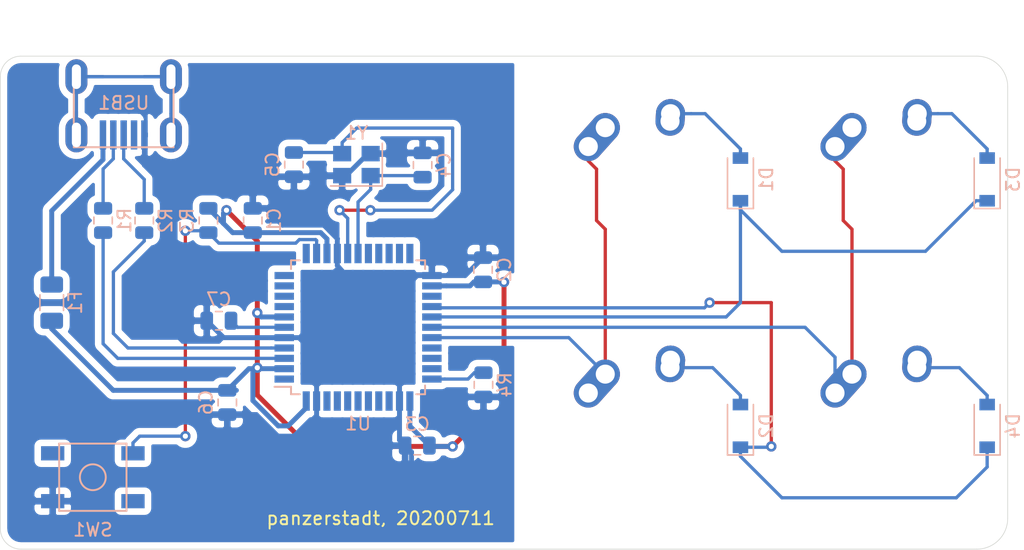
<source format=kicad_pcb>
(kicad_pcb (version 20171130) (host pcbnew "(5.1.5)-3")

  (general
    (thickness 1.6)
    (drawings 9)
    (tracks 223)
    (zones 0)
    (modules 24)
    (nets 45)
  )

  (page A4)
  (layers
    (0 F.Cu signal)
    (31 B.Cu signal)
    (32 B.Adhes user)
    (33 F.Adhes user)
    (34 B.Paste user)
    (35 F.Paste user)
    (36 B.SilkS user)
    (37 F.SilkS user)
    (38 B.Mask user)
    (39 F.Mask user)
    (40 Dwgs.User user)
    (41 Cmts.User user)
    (42 Eco1.User user)
    (43 Eco2.User user)
    (44 Edge.Cuts user)
    (45 Margin user)
    (46 B.CrtYd user)
    (47 F.CrtYd user)
    (48 B.Fab user)
    (49 F.Fab user)
  )

  (setup
    (last_trace_width 0.254)
    (trace_clearance 0.2)
    (zone_clearance 0.508)
    (zone_45_only no)
    (trace_min 0.2)
    (via_size 0.8)
    (via_drill 0.4)
    (via_min_size 0.4)
    (via_min_drill 0.3)
    (uvia_size 0.3)
    (uvia_drill 0.1)
    (uvias_allowed no)
    (uvia_min_size 0.2)
    (uvia_min_drill 0.1)
    (edge_width 0.05)
    (segment_width 0.2)
    (pcb_text_width 0.3)
    (pcb_text_size 1.5 1.5)
    (mod_edge_width 0.12)
    (mod_text_size 1 1)
    (mod_text_width 0.15)
    (pad_size 1.524 1.524)
    (pad_drill 0.762)
    (pad_to_mask_clearance 0.051)
    (solder_mask_min_width 0.25)
    (aux_axis_origin 0 0)
    (visible_elements 7FFFFFFF)
    (pcbplotparams
      (layerselection 0x010f0_ffffffff)
      (usegerberextensions true)
      (usegerberattributes false)
      (usegerberadvancedattributes false)
      (creategerberjobfile false)
      (excludeedgelayer true)
      (linewidth 0.100000)
      (plotframeref false)
      (viasonmask false)
      (mode 1)
      (useauxorigin false)
      (hpglpennumber 1)
      (hpglpenspeed 20)
      (hpglpendiameter 15.000000)
      (psnegative false)
      (psa4output false)
      (plotreference true)
      (plotvalue true)
      (plotinvisibletext false)
      (padsonsilk false)
      (subtractmaskfromsilk true)
      (outputformat 1)
      (mirror false)
      (drillshape 0)
      (scaleselection 1)
      (outputdirectory ""))
  )

  (net 0 "")
  (net 1 GND)
  (net 2 +5V)
  (net 3 "Net-(C4-Pad1)")
  (net 4 "Net-(C5-Pad1)")
  (net 5 "Net-(C7-Pad1)")
  (net 6 "Net-(D1-Pad2)")
  (net 7 ROW0)
  (net 8 "Net-(D2-Pad2)")
  (net 9 ROW1)
  (net 10 "Net-(D3-Pad2)")
  (net 11 "Net-(D4-Pad2)")
  (net 12 VCC)
  (net 13 COL0)
  (net 14 COL1)
  (net 15 D-)
  (net 16 "Net-(R1-Pad1)")
  (net 17 D+)
  (net 18 "Net-(R2-Pad1)")
  (net 19 "Net-(R3-Pad2)")
  (net 20 "Net-(R4-Pad2)")
  (net 21 "Net-(U1-Pad42)")
  (net 22 "Net-(U1-Pad41)")
  (net 23 "Net-(U1-Pad40)")
  (net 24 "Net-(U1-Pad39)")
  (net 25 "Net-(U1-Pad38)")
  (net 26 "Net-(U1-Pad37)")
  (net 27 "Net-(U1-Pad36)")
  (net 28 "Net-(U1-Pad32)")
  (net 29 "Net-(U1-Pad31)")
  (net 30 "Net-(U1-Pad30)")
  (net 31 "Net-(U1-Pad25)")
  (net 32 "Net-(U1-Pad22)")
  (net 33 "Net-(U1-Pad21)")
  (net 34 "Net-(U1-Pad20)")
  (net 35 "Net-(U1-Pad19)")
  (net 36 "Net-(U1-Pad18)")
  (net 37 "Net-(U1-Pad12)")
  (net 38 "Net-(U1-Pad11)")
  (net 39 "Net-(U1-Pad10)")
  (net 40 "Net-(U1-Pad9)")
  (net 41 "Net-(U1-Pad8)")
  (net 42 "Net-(U1-Pad1)")
  (net 43 "Net-(USB1-Pad6)")
  (net 44 "Net-(USB1-Pad2)")

  (net_class Default "This is the default net class."
    (clearance 0.2)
    (trace_width 0.254)
    (via_dia 0.8)
    (via_drill 0.4)
    (uvia_dia 0.3)
    (uvia_drill 0.1)
    (add_net COL0)
    (add_net COL1)
    (add_net D+)
    (add_net D-)
    (add_net "Net-(C4-Pad1)")
    (add_net "Net-(C5-Pad1)")
    (add_net "Net-(C7-Pad1)")
    (add_net "Net-(D1-Pad2)")
    (add_net "Net-(D2-Pad2)")
    (add_net "Net-(D3-Pad2)")
    (add_net "Net-(D4-Pad2)")
    (add_net "Net-(R1-Pad1)")
    (add_net "Net-(R2-Pad1)")
    (add_net "Net-(R3-Pad2)")
    (add_net "Net-(R4-Pad2)")
    (add_net "Net-(U1-Pad1)")
    (add_net "Net-(U1-Pad10)")
    (add_net "Net-(U1-Pad11)")
    (add_net "Net-(U1-Pad12)")
    (add_net "Net-(U1-Pad18)")
    (add_net "Net-(U1-Pad19)")
    (add_net "Net-(U1-Pad20)")
    (add_net "Net-(U1-Pad21)")
    (add_net "Net-(U1-Pad22)")
    (add_net "Net-(U1-Pad25)")
    (add_net "Net-(U1-Pad30)")
    (add_net "Net-(U1-Pad31)")
    (add_net "Net-(U1-Pad32)")
    (add_net "Net-(U1-Pad36)")
    (add_net "Net-(U1-Pad37)")
    (add_net "Net-(U1-Pad38)")
    (add_net "Net-(U1-Pad39)")
    (add_net "Net-(U1-Pad40)")
    (add_net "Net-(U1-Pad41)")
    (add_net "Net-(U1-Pad42)")
    (add_net "Net-(U1-Pad8)")
    (add_net "Net-(U1-Pad9)")
    (add_net "Net-(USB1-Pad2)")
    (add_net "Net-(USB1-Pad6)")
    (add_net ROW0)
    (add_net ROW1)
  )

  (net_class power ""
    (clearance 0.2)
    (trace_width 0.381)
    (via_dia 0.8)
    (via_drill 0.4)
    (uvia_dia 0.3)
    (uvia_drill 0.1)
    (add_net +5V)
    (add_net GND)
    (add_net VCC)
  )

  (module Crystal:Crystal_SMD_3225-4Pin_3.2x2.5mm (layer B.Cu) (tedit 5A0FD1B2) (tstamp 5EF4B6ED)
    (at 126.71425 112.36325 180)
    (descr "SMD Crystal SERIES SMD3225/4 http://www.txccrystal.com/images/pdf/7m-accuracy.pdf, 3.2x2.5mm^2 package")
    (tags "SMD SMT crystal")
    (path /5ED11EA8)
    (attr smd)
    (fp_text reference Y1 (at 0 2.45) (layer B.SilkS)
      (effects (font (size 1 1) (thickness 0.15)) (justify mirror))
    )
    (fp_text value 16MHz (at 0 -2.45) (layer B.Fab)
      (effects (font (size 1 1) (thickness 0.15)) (justify mirror))
    )
    (fp_line (start 2.1 1.7) (end -2.1 1.7) (layer B.CrtYd) (width 0.05))
    (fp_line (start 2.1 -1.7) (end 2.1 1.7) (layer B.CrtYd) (width 0.05))
    (fp_line (start -2.1 -1.7) (end 2.1 -1.7) (layer B.CrtYd) (width 0.05))
    (fp_line (start -2.1 1.7) (end -2.1 -1.7) (layer B.CrtYd) (width 0.05))
    (fp_line (start -2 -1.65) (end 2 -1.65) (layer B.SilkS) (width 0.12))
    (fp_line (start -2 1.65) (end -2 -1.65) (layer B.SilkS) (width 0.12))
    (fp_line (start -1.6 -0.25) (end -0.6 -1.25) (layer B.Fab) (width 0.1))
    (fp_line (start 1.6 1.25) (end -1.6 1.25) (layer B.Fab) (width 0.1))
    (fp_line (start 1.6 -1.25) (end 1.6 1.25) (layer B.Fab) (width 0.1))
    (fp_line (start -1.6 -1.25) (end 1.6 -1.25) (layer B.Fab) (width 0.1))
    (fp_line (start -1.6 1.25) (end -1.6 -1.25) (layer B.Fab) (width 0.1))
    (fp_text user %R (at 0 0) (layer B.Fab)
      (effects (font (size 0.7 0.7) (thickness 0.105)) (justify mirror))
    )
    (pad 4 smd rect (at -1.1 0.85 180) (size 1.4 1.2) (layers B.Cu B.Paste B.Mask)
      (net 1 GND))
    (pad 3 smd rect (at 1.1 0.85 180) (size 1.4 1.2) (layers B.Cu B.Paste B.Mask)
      (net 4 "Net-(C5-Pad1)"))
    (pad 2 smd rect (at 1.1 -0.85 180) (size 1.4 1.2) (layers B.Cu B.Paste B.Mask)
      (net 1 GND))
    (pad 1 smd rect (at -1.1 -0.85 180) (size 1.4 1.2) (layers B.Cu B.Paste B.Mask)
      (net 3 "Net-(C4-Pad1)"))
    (model ${KISYS3DMOD}/Crystal.3dshapes/Crystal_SMD_3225-4Pin_3.2x2.5mm.wrl
      (at (xyz 0 0 0))
      (scale (xyz 1 1 1))
      (rotate (xyz 0 0 0))
    )
  )

  (module random-keyboard-parts:Molex-0548190589 (layer B.Cu) (tedit 5C494815) (tstamp 5EF4D969)
    (at 108.74375 105.56875 270)
    (path /5ECFD625)
    (attr smd)
    (fp_text reference USB1 (at 2.032 0 180) (layer B.SilkS)
      (effects (font (size 1 1) (thickness 0.15)) (justify mirror))
    )
    (fp_text value Molex-0548190589 (at -5.08 0 180) (layer Dwgs.User)
      (effects (font (size 1 1) (thickness 0.15)))
    )
    (fp_text user %R (at 2 0 180) (layer B.CrtYd)
      (effects (font (size 1 1) (thickness 0.15)) (justify mirror))
    )
    (fp_line (start 3.25 1.25) (end 5.5 1.25) (layer B.CrtYd) (width 0.15))
    (fp_line (start 5.5 0.5) (end 3.25 0.5) (layer B.CrtYd) (width 0.15))
    (fp_line (start 3.25 -0.5) (end 5.5 -0.5) (layer B.CrtYd) (width 0.15))
    (fp_line (start 5.5 -1.25) (end 3.25 -1.25) (layer B.CrtYd) (width 0.15))
    (fp_line (start 3.25 -2) (end 5.5 -2) (layer B.CrtYd) (width 0.15))
    (fp_line (start 3.25 2) (end 3.25 -2) (layer B.CrtYd) (width 0.15))
    (fp_line (start 5.5 2) (end 3.25 2) (layer B.CrtYd) (width 0.15))
    (fp_line (start -3.75 -3.75) (end -3.75 3.75) (layer B.CrtYd) (width 0.15))
    (fp_line (start 5.5 -3.75) (end -3.75 -3.75) (layer B.CrtYd) (width 0.15))
    (fp_line (start 5.5 3.75) (end 5.5 -3.75) (layer B.CrtYd) (width 0.15))
    (fp_line (start -3.75 3.75) (end 5.5 3.75) (layer B.CrtYd) (width 0.15))
    (fp_line (start 0 3.85) (end 5.45 3.85) (layer B.SilkS) (width 0.15))
    (fp_line (start 0 -3.85) (end 5.45 -3.85) (layer B.SilkS) (width 0.15))
    (fp_line (start 5.45 3.85) (end 5.45 -3.85) (layer B.SilkS) (width 0.15))
    (fp_line (start -3.75 3.85) (end 0 3.85) (layer Dwgs.User) (width 0.15))
    (fp_line (start -3.75 -3.85) (end 0 -3.85) (layer Dwgs.User) (width 0.15))
    (fp_line (start -1.75 4.572) (end -1.75 -4.572) (layer Dwgs.User) (width 0.15))
    (fp_line (start -3.75 3.85) (end -3.75 -3.85) (layer Dwgs.User) (width 0.15))
    (pad 6 thru_hole oval (at 0 3.65 270) (size 2.7 1.7) (drill oval 1.9 0.7) (layers *.Cu *.Mask)
      (net 43 "Net-(USB1-Pad6)"))
    (pad 6 thru_hole oval (at 0 -3.65 270) (size 2.7 1.7) (drill oval 1.9 0.7) (layers *.Cu *.Mask)
      (net 43 "Net-(USB1-Pad6)"))
    (pad 6 thru_hole oval (at 4.5 -3.65 270) (size 2.7 1.7) (drill oval 1.9 0.7) (layers *.Cu *.Mask)
      (net 43 "Net-(USB1-Pad6)"))
    (pad 6 thru_hole oval (at 4.5 3.65 270) (size 2.7 1.7) (drill oval 1.9 0.7) (layers *.Cu *.Mask)
      (net 43 "Net-(USB1-Pad6)"))
    (pad 5 smd rect (at 4.5 1.6 270) (size 2.25 0.5) (layers B.Cu B.Paste B.Mask)
      (net 12 VCC))
    (pad 4 smd rect (at 4.5 0.8 270) (size 2.25 0.5) (layers B.Cu B.Paste B.Mask)
      (net 15 D-))
    (pad 3 smd rect (at 4.5 0 270) (size 2.25 0.5) (layers B.Cu B.Paste B.Mask)
      (net 17 D+))
    (pad 2 smd rect (at 4.5 -0.8 270) (size 2.25 0.5) (layers B.Cu B.Paste B.Mask)
      (net 44 "Net-(USB1-Pad2)"))
    (pad 1 smd rect (at 4.5 -1.6 270) (size 2.25 0.5) (layers B.Cu B.Paste B.Mask)
      (net 1 GND))
  )

  (module Package_QFP:TQFP-44_10x10mm_P0.8mm (layer B.Cu) (tedit 5A02F146) (tstamp 5EF4B6B9)
    (at 126.84125 124.93625)
    (descr "44-Lead Plastic Thin Quad Flatpack (PT) - 10x10x1.0 mm Body [TQFP] (see Microchip Packaging Specification 00000049BS.pdf)")
    (tags "QFP 0.8")
    (path /5ECE8872)
    (attr smd)
    (fp_text reference U1 (at 0 7.45) (layer B.SilkS)
      (effects (font (size 1 1) (thickness 0.15)) (justify mirror))
    )
    (fp_text value ATmega32U4-AU (at 0 -7.45) (layer B.Fab)
      (effects (font (size 1 1) (thickness 0.15)) (justify mirror))
    )
    (fp_line (start -5.175 4.6) (end -6.45 4.6) (layer B.SilkS) (width 0.15))
    (fp_line (start 5.175 5.175) (end 4.5 5.175) (layer B.SilkS) (width 0.15))
    (fp_line (start 5.175 -5.175) (end 4.5 -5.175) (layer B.SilkS) (width 0.15))
    (fp_line (start -5.175 -5.175) (end -4.5 -5.175) (layer B.SilkS) (width 0.15))
    (fp_line (start -5.175 5.175) (end -4.5 5.175) (layer B.SilkS) (width 0.15))
    (fp_line (start -5.175 -5.175) (end -5.175 -4.5) (layer B.SilkS) (width 0.15))
    (fp_line (start 5.175 -5.175) (end 5.175 -4.5) (layer B.SilkS) (width 0.15))
    (fp_line (start 5.175 5.175) (end 5.175 4.5) (layer B.SilkS) (width 0.15))
    (fp_line (start -5.175 5.175) (end -5.175 4.6) (layer B.SilkS) (width 0.15))
    (fp_line (start -6.7 -6.7) (end 6.7 -6.7) (layer B.CrtYd) (width 0.05))
    (fp_line (start -6.7 6.7) (end 6.7 6.7) (layer B.CrtYd) (width 0.05))
    (fp_line (start 6.7 6.7) (end 6.7 -6.7) (layer B.CrtYd) (width 0.05))
    (fp_line (start -6.7 6.7) (end -6.7 -6.7) (layer B.CrtYd) (width 0.05))
    (fp_line (start -5 4) (end -4 5) (layer B.Fab) (width 0.15))
    (fp_line (start -5 -5) (end -5 4) (layer B.Fab) (width 0.15))
    (fp_line (start 5 -5) (end -5 -5) (layer B.Fab) (width 0.15))
    (fp_line (start 5 5) (end 5 -5) (layer B.Fab) (width 0.15))
    (fp_line (start -4 5) (end 5 5) (layer B.Fab) (width 0.15))
    (fp_text user %R (at 0 0) (layer B.Fab)
      (effects (font (size 1 1) (thickness 0.15)) (justify mirror))
    )
    (pad 44 smd rect (at -4 5.7 270) (size 1.5 0.55) (layers B.Cu B.Paste B.Mask)
      (net 2 +5V))
    (pad 43 smd rect (at -3.2 5.7 270) (size 1.5 0.55) (layers B.Cu B.Paste B.Mask)
      (net 1 GND))
    (pad 42 smd rect (at -2.4 5.7 270) (size 1.5 0.55) (layers B.Cu B.Paste B.Mask)
      (net 21 "Net-(U1-Pad42)"))
    (pad 41 smd rect (at -1.6 5.7 270) (size 1.5 0.55) (layers B.Cu B.Paste B.Mask)
      (net 22 "Net-(U1-Pad41)"))
    (pad 40 smd rect (at -0.8 5.7 270) (size 1.5 0.55) (layers B.Cu B.Paste B.Mask)
      (net 23 "Net-(U1-Pad40)"))
    (pad 39 smd rect (at 0 5.7 270) (size 1.5 0.55) (layers B.Cu B.Paste B.Mask)
      (net 24 "Net-(U1-Pad39)"))
    (pad 38 smd rect (at 0.8 5.7 270) (size 1.5 0.55) (layers B.Cu B.Paste B.Mask)
      (net 25 "Net-(U1-Pad38)"))
    (pad 37 smd rect (at 1.6 5.7 270) (size 1.5 0.55) (layers B.Cu B.Paste B.Mask)
      (net 26 "Net-(U1-Pad37)"))
    (pad 36 smd rect (at 2.4 5.7 270) (size 1.5 0.55) (layers B.Cu B.Paste B.Mask)
      (net 27 "Net-(U1-Pad36)"))
    (pad 35 smd rect (at 3.2 5.7 270) (size 1.5 0.55) (layers B.Cu B.Paste B.Mask)
      (net 1 GND))
    (pad 34 smd rect (at 4 5.7 270) (size 1.5 0.55) (layers B.Cu B.Paste B.Mask)
      (net 2 +5V))
    (pad 33 smd rect (at 5.7 4) (size 1.5 0.55) (layers B.Cu B.Paste B.Mask)
      (net 20 "Net-(R4-Pad2)"))
    (pad 32 smd rect (at 5.7 3.2) (size 1.5 0.55) (layers B.Cu B.Paste B.Mask)
      (net 28 "Net-(U1-Pad32)"))
    (pad 31 smd rect (at 5.7 2.4) (size 1.5 0.55) (layers B.Cu B.Paste B.Mask)
      (net 29 "Net-(U1-Pad31)"))
    (pad 30 smd rect (at 5.7 1.6) (size 1.5 0.55) (layers B.Cu B.Paste B.Mask)
      (net 30 "Net-(U1-Pad30)"))
    (pad 29 smd rect (at 5.7 0.8) (size 1.5 0.55) (layers B.Cu B.Paste B.Mask)
      (net 13 COL0))
    (pad 28 smd rect (at 5.7 0) (size 1.5 0.55) (layers B.Cu B.Paste B.Mask)
      (net 14 COL1))
    (pad 27 smd rect (at 5.7 -0.8) (size 1.5 0.55) (layers B.Cu B.Paste B.Mask)
      (net 7 ROW0))
    (pad 26 smd rect (at 5.7 -1.6) (size 1.5 0.55) (layers B.Cu B.Paste B.Mask)
      (net 9 ROW1))
    (pad 25 smd rect (at 5.7 -2.4) (size 1.5 0.55) (layers B.Cu B.Paste B.Mask)
      (net 31 "Net-(U1-Pad25)"))
    (pad 24 smd rect (at 5.7 -3.2) (size 1.5 0.55) (layers B.Cu B.Paste B.Mask)
      (net 2 +5V))
    (pad 23 smd rect (at 5.7 -4) (size 1.5 0.55) (layers B.Cu B.Paste B.Mask)
      (net 1 GND))
    (pad 22 smd rect (at 4 -5.7 270) (size 1.5 0.55) (layers B.Cu B.Paste B.Mask)
      (net 32 "Net-(U1-Pad22)"))
    (pad 21 smd rect (at 3.2 -5.7 270) (size 1.5 0.55) (layers B.Cu B.Paste B.Mask)
      (net 33 "Net-(U1-Pad21)"))
    (pad 20 smd rect (at 2.4 -5.7 270) (size 1.5 0.55) (layers B.Cu B.Paste B.Mask)
      (net 34 "Net-(U1-Pad20)"))
    (pad 19 smd rect (at 1.6 -5.7 270) (size 1.5 0.55) (layers B.Cu B.Paste B.Mask)
      (net 35 "Net-(U1-Pad19)"))
    (pad 18 smd rect (at 0.8 -5.7 270) (size 1.5 0.55) (layers B.Cu B.Paste B.Mask)
      (net 36 "Net-(U1-Pad18)"))
    (pad 17 smd rect (at 0 -5.7 270) (size 1.5 0.55) (layers B.Cu B.Paste B.Mask)
      (net 3 "Net-(C4-Pad1)"))
    (pad 16 smd rect (at -0.8 -5.7 270) (size 1.5 0.55) (layers B.Cu B.Paste B.Mask)
      (net 4 "Net-(C5-Pad1)"))
    (pad 15 smd rect (at -1.6 -5.7 270) (size 1.5 0.55) (layers B.Cu B.Paste B.Mask)
      (net 1 GND))
    (pad 14 smd rect (at -2.4 -5.7 270) (size 1.5 0.55) (layers B.Cu B.Paste B.Mask)
      (net 2 +5V))
    (pad 13 smd rect (at -3.2 -5.7 270) (size 1.5 0.55) (layers B.Cu B.Paste B.Mask)
      (net 19 "Net-(R3-Pad2)"))
    (pad 12 smd rect (at -4 -5.7 270) (size 1.5 0.55) (layers B.Cu B.Paste B.Mask)
      (net 37 "Net-(U1-Pad12)"))
    (pad 11 smd rect (at -5.7 -4) (size 1.5 0.55) (layers B.Cu B.Paste B.Mask)
      (net 38 "Net-(U1-Pad11)"))
    (pad 10 smd rect (at -5.7 -3.2) (size 1.5 0.55) (layers B.Cu B.Paste B.Mask)
      (net 39 "Net-(U1-Pad10)"))
    (pad 9 smd rect (at -5.7 -2.4) (size 1.5 0.55) (layers B.Cu B.Paste B.Mask)
      (net 40 "Net-(U1-Pad9)"))
    (pad 8 smd rect (at -5.7 -1.6) (size 1.5 0.55) (layers B.Cu B.Paste B.Mask)
      (net 41 "Net-(U1-Pad8)"))
    (pad 7 smd rect (at -5.7 -0.8) (size 1.5 0.55) (layers B.Cu B.Paste B.Mask)
      (net 2 +5V))
    (pad 6 smd rect (at -5.7 0) (size 1.5 0.55) (layers B.Cu B.Paste B.Mask)
      (net 5 "Net-(C7-Pad1)"))
    (pad 5 smd rect (at -5.7 0.8) (size 1.5 0.55) (layers B.Cu B.Paste B.Mask)
      (net 1 GND))
    (pad 4 smd rect (at -5.7 1.6) (size 1.5 0.55) (layers B.Cu B.Paste B.Mask)
      (net 18 "Net-(R2-Pad1)"))
    (pad 3 smd rect (at -5.7 2.4) (size 1.5 0.55) (layers B.Cu B.Paste B.Mask)
      (net 16 "Net-(R1-Pad1)"))
    (pad 2 smd rect (at -5.7 3.2) (size 1.5 0.55) (layers B.Cu B.Paste B.Mask)
      (net 2 +5V))
    (pad 1 smd rect (at -5.7 4) (size 1.5 0.55) (layers B.Cu B.Paste B.Mask)
      (net 42 "Net-(U1-Pad1)"))
    (model ${KISYS3DMOD}/Package_QFP.3dshapes/TQFP-44_10x10mm_P0.8mm.wrl
      (at (xyz 0 0 0))
      (scale (xyz 1 1 1))
      (rotate (xyz 0 0 0))
    )
  )

  (module random-keyboard-parts:SKQG-1155865 (layer B.Cu) (tedit 5E62B398) (tstamp 5EF4B676)
    (at 106.3625 136.525 180)
    (path /5ED1B269)
    (attr smd)
    (fp_text reference SW1 (at 0 -4.064) (layer B.SilkS)
      (effects (font (size 1 1) (thickness 0.15)) (justify mirror))
    )
    (fp_text value SW_Push (at 0 4.064) (layer B.Fab)
      (effects (font (size 1 1) (thickness 0.15)) (justify mirror))
    )
    (fp_line (start -2.6 2.6) (end 2.6 2.6) (layer B.SilkS) (width 0.15))
    (fp_line (start 2.6 2.6) (end 2.6 -2.6) (layer B.SilkS) (width 0.15))
    (fp_line (start 2.6 -2.6) (end -2.6 -2.6) (layer B.SilkS) (width 0.15))
    (fp_line (start -2.6 -2.6) (end -2.6 2.6) (layer B.SilkS) (width 0.15))
    (fp_circle (center 0 0) (end 1 0) (layer B.SilkS) (width 0.15))
    (fp_line (start -4.2 2.6) (end 4.2 2.6) (layer B.Fab) (width 0.15))
    (fp_line (start 4.2 2.6) (end 4.2 1.2) (layer B.Fab) (width 0.15))
    (fp_line (start 4.2 1.1) (end 2.6 1.1) (layer B.Fab) (width 0.15))
    (fp_line (start 2.6 1.1) (end 2.6 -1.1) (layer B.Fab) (width 0.15))
    (fp_line (start 2.6 -1.1) (end 4.2 -1.1) (layer B.Fab) (width 0.15))
    (fp_line (start 4.2 -1.1) (end 4.2 -2.6) (layer B.Fab) (width 0.15))
    (fp_line (start 4.2 -2.6) (end -4.2 -2.6) (layer B.Fab) (width 0.15))
    (fp_line (start -4.2 -2.6) (end -4.2 -1.1) (layer B.Fab) (width 0.15))
    (fp_line (start -4.2 -1.1) (end -2.6 -1.1) (layer B.Fab) (width 0.15))
    (fp_line (start -2.6 -1.1) (end -2.6 1.1) (layer B.Fab) (width 0.15))
    (fp_line (start -2.6 1.1) (end -4.2 1.1) (layer B.Fab) (width 0.15))
    (fp_line (start -4.2 1.1) (end -4.2 2.6) (layer B.Fab) (width 0.15))
    (fp_circle (center 0 0) (end 1 0) (layer B.Fab) (width 0.15))
    (fp_line (start -2.6 1.1) (end -1.1 2.6) (layer B.Fab) (width 0.15))
    (fp_line (start 2.6 1.1) (end 1.1 2.6) (layer B.Fab) (width 0.15))
    (fp_line (start 2.6 -1.1) (end 1.1 -2.6) (layer B.Fab) (width 0.15))
    (fp_line (start -2.6 -1.1) (end -1.1 -2.6) (layer B.Fab) (width 0.15))
    (pad 4 smd rect (at -3.1 -1.85 180) (size 1.8 1.1) (layers B.Cu B.Paste B.Mask))
    (pad 3 smd rect (at 3.1 1.85 180) (size 1.8 1.1) (layers B.Cu B.Paste B.Mask))
    (pad 2 smd rect (at -3.1 1.85 180) (size 1.8 1.1) (layers B.Cu B.Paste B.Mask)
      (net 19 "Net-(R3-Pad2)"))
    (pad 1 smd rect (at 3.1 -1.85 180) (size 1.8 1.1) (layers B.Cu B.Paste B.Mask)
      (net 1 GND))
    (model ${KISYS3DMOD}/Button_Switch_SMD.3dshapes/SW_SPST_TL3342.step
      (at (xyz 0 0 0))
      (scale (xyz 1 1 1))
      (rotate (xyz 0 0 0))
    )
  )

  (module Resistor_SMD:R_0805_2012Metric (layer B.Cu) (tedit 5B36C52B) (tstamp 5EF4B658)
    (at 136.525 129.38125 90)
    (descr "Resistor SMD 0805 (2012 Metric), square (rectangular) end terminal, IPC_7351 nominal, (Body size source: https://docs.google.com/spreadsheets/d/1BsfQQcO9C6DZCsRaXUlFlo91Tg2WpOkGARC1WS5S8t0/edit?usp=sharing), generated with kicad-footprint-generator")
    (tags resistor)
    (path /5ECF22EB)
    (attr smd)
    (fp_text reference R4 (at 0 1.65 90) (layer B.SilkS)
      (effects (font (size 1 1) (thickness 0.15)) (justify mirror))
    )
    (fp_text value 10k (at 0 -1.65 90) (layer B.Fab)
      (effects (font (size 1 1) (thickness 0.15)) (justify mirror))
    )
    (fp_text user %R (at 0 0 90) (layer B.Fab)
      (effects (font (size 0.5 0.5) (thickness 0.08)) (justify mirror))
    )
    (fp_line (start 1.68 -0.95) (end -1.68 -0.95) (layer B.CrtYd) (width 0.05))
    (fp_line (start 1.68 0.95) (end 1.68 -0.95) (layer B.CrtYd) (width 0.05))
    (fp_line (start -1.68 0.95) (end 1.68 0.95) (layer B.CrtYd) (width 0.05))
    (fp_line (start -1.68 -0.95) (end -1.68 0.95) (layer B.CrtYd) (width 0.05))
    (fp_line (start -0.258578 -0.71) (end 0.258578 -0.71) (layer B.SilkS) (width 0.12))
    (fp_line (start -0.258578 0.71) (end 0.258578 0.71) (layer B.SilkS) (width 0.12))
    (fp_line (start 1 -0.6) (end -1 -0.6) (layer B.Fab) (width 0.1))
    (fp_line (start 1 0.6) (end 1 -0.6) (layer B.Fab) (width 0.1))
    (fp_line (start -1 0.6) (end 1 0.6) (layer B.Fab) (width 0.1))
    (fp_line (start -1 -0.6) (end -1 0.6) (layer B.Fab) (width 0.1))
    (pad 2 smd roundrect (at 0.9375 0 90) (size 0.975 1.4) (layers B.Cu B.Paste B.Mask) (roundrect_rratio 0.25)
      (net 20 "Net-(R4-Pad2)"))
    (pad 1 smd roundrect (at -0.9375 0 90) (size 0.975 1.4) (layers B.Cu B.Paste B.Mask) (roundrect_rratio 0.25)
      (net 1 GND))
    (model ${KISYS3DMOD}/Resistor_SMD.3dshapes/R_0805_2012Metric.wrl
      (at (xyz 0 0 0))
      (scale (xyz 1 1 1))
      (rotate (xyz 0 0 0))
    )
  )

  (module Resistor_SMD:R_0805_2012Metric (layer B.Cu) (tedit 5B36C52B) (tstamp 5EF4B647)
    (at 115.28425 116.68125 270)
    (descr "Resistor SMD 0805 (2012 Metric), square (rectangular) end terminal, IPC_7351 nominal, (Body size source: https://docs.google.com/spreadsheets/d/1BsfQQcO9C6DZCsRaXUlFlo91Tg2WpOkGARC1WS5S8t0/edit?usp=sharing), generated with kicad-footprint-generator")
    (tags resistor)
    (path /5ED20305)
    (attr smd)
    (fp_text reference R3 (at 0 1.65 90) (layer B.SilkS)
      (effects (font (size 1 1) (thickness 0.15)) (justify mirror))
    )
    (fp_text value 10k (at 0 -1.65 90) (layer B.Fab)
      (effects (font (size 1 1) (thickness 0.15)) (justify mirror))
    )
    (fp_text user %R (at 0 0 90) (layer B.Fab)
      (effects (font (size 0.5 0.5) (thickness 0.08)) (justify mirror))
    )
    (fp_line (start 1.68 -0.95) (end -1.68 -0.95) (layer B.CrtYd) (width 0.05))
    (fp_line (start 1.68 0.95) (end 1.68 -0.95) (layer B.CrtYd) (width 0.05))
    (fp_line (start -1.68 0.95) (end 1.68 0.95) (layer B.CrtYd) (width 0.05))
    (fp_line (start -1.68 -0.95) (end -1.68 0.95) (layer B.CrtYd) (width 0.05))
    (fp_line (start -0.258578 -0.71) (end 0.258578 -0.71) (layer B.SilkS) (width 0.12))
    (fp_line (start -0.258578 0.71) (end 0.258578 0.71) (layer B.SilkS) (width 0.12))
    (fp_line (start 1 -0.6) (end -1 -0.6) (layer B.Fab) (width 0.1))
    (fp_line (start 1 0.6) (end 1 -0.6) (layer B.Fab) (width 0.1))
    (fp_line (start -1 0.6) (end 1 0.6) (layer B.Fab) (width 0.1))
    (fp_line (start -1 -0.6) (end -1 0.6) (layer B.Fab) (width 0.1))
    (pad 2 smd roundrect (at 0.9375 0 270) (size 0.975 1.4) (layers B.Cu B.Paste B.Mask) (roundrect_rratio 0.25)
      (net 19 "Net-(R3-Pad2)"))
    (pad 1 smd roundrect (at -0.9375 0 270) (size 0.975 1.4) (layers B.Cu B.Paste B.Mask) (roundrect_rratio 0.25)
      (net 2 +5V))
    (model ${KISYS3DMOD}/Resistor_SMD.3dshapes/R_0805_2012Metric.wrl
      (at (xyz 0 0 0))
      (scale (xyz 1 1 1))
      (rotate (xyz 0 0 0))
    )
  )

  (module Resistor_SMD:R_0805_2012Metric (layer B.Cu) (tedit 5B36C52B) (tstamp 5EF4DA9B)
    (at 110.33125 116.68125 90)
    (descr "Resistor SMD 0805 (2012 Metric), square (rectangular) end terminal, IPC_7351 nominal, (Body size source: https://docs.google.com/spreadsheets/d/1BsfQQcO9C6DZCsRaXUlFlo91Tg2WpOkGARC1WS5S8t0/edit?usp=sharing), generated with kicad-footprint-generator")
    (tags resistor)
    (path /5ECFCAF8)
    (attr smd)
    (fp_text reference R2 (at 0 1.65 90) (layer B.SilkS)
      (effects (font (size 1 1) (thickness 0.15)) (justify mirror))
    )
    (fp_text value 22 (at 0 -1.65 90) (layer B.Fab)
      (effects (font (size 1 1) (thickness 0.15)) (justify mirror))
    )
    (fp_text user %R (at 0 0 90) (layer B.Fab)
      (effects (font (size 0.5 0.5) (thickness 0.08)) (justify mirror))
    )
    (fp_line (start 1.68 -0.95) (end -1.68 -0.95) (layer B.CrtYd) (width 0.05))
    (fp_line (start 1.68 0.95) (end 1.68 -0.95) (layer B.CrtYd) (width 0.05))
    (fp_line (start -1.68 0.95) (end 1.68 0.95) (layer B.CrtYd) (width 0.05))
    (fp_line (start -1.68 -0.95) (end -1.68 0.95) (layer B.CrtYd) (width 0.05))
    (fp_line (start -0.258578 -0.71) (end 0.258578 -0.71) (layer B.SilkS) (width 0.12))
    (fp_line (start -0.258578 0.71) (end 0.258578 0.71) (layer B.SilkS) (width 0.12))
    (fp_line (start 1 -0.6) (end -1 -0.6) (layer B.Fab) (width 0.1))
    (fp_line (start 1 0.6) (end 1 -0.6) (layer B.Fab) (width 0.1))
    (fp_line (start -1 0.6) (end 1 0.6) (layer B.Fab) (width 0.1))
    (fp_line (start -1 -0.6) (end -1 0.6) (layer B.Fab) (width 0.1))
    (pad 2 smd roundrect (at 0.9375 0 90) (size 0.975 1.4) (layers B.Cu B.Paste B.Mask) (roundrect_rratio 0.25)
      (net 17 D+))
    (pad 1 smd roundrect (at -0.9375 0 90) (size 0.975 1.4) (layers B.Cu B.Paste B.Mask) (roundrect_rratio 0.25)
      (net 18 "Net-(R2-Pad1)"))
    (model ${KISYS3DMOD}/Resistor_SMD.3dshapes/R_0805_2012Metric.wrl
      (at (xyz 0 0 0))
      (scale (xyz 1 1 1))
      (rotate (xyz 0 0 0))
    )
  )

  (module Resistor_SMD:R_0805_2012Metric (layer B.Cu) (tedit 5B36C52B) (tstamp 5EF4B625)
    (at 107.15625 116.68125 90)
    (descr "Resistor SMD 0805 (2012 Metric), square (rectangular) end terminal, IPC_7351 nominal, (Body size source: https://docs.google.com/spreadsheets/d/1BsfQQcO9C6DZCsRaXUlFlo91Tg2WpOkGARC1WS5S8t0/edit?usp=sharing), generated with kicad-footprint-generator")
    (tags resistor)
    (path /5ECFD791)
    (attr smd)
    (fp_text reference R1 (at 0 1.65 90) (layer B.SilkS)
      (effects (font (size 1 1) (thickness 0.15)) (justify mirror))
    )
    (fp_text value 22 (at 0 -1.65 90) (layer B.Fab)
      (effects (font (size 1 1) (thickness 0.15)) (justify mirror))
    )
    (fp_text user %R (at 0 0 90) (layer B.Fab)
      (effects (font (size 0.5 0.5) (thickness 0.08)) (justify mirror))
    )
    (fp_line (start 1.68 -0.95) (end -1.68 -0.95) (layer B.CrtYd) (width 0.05))
    (fp_line (start 1.68 0.95) (end 1.68 -0.95) (layer B.CrtYd) (width 0.05))
    (fp_line (start -1.68 0.95) (end 1.68 0.95) (layer B.CrtYd) (width 0.05))
    (fp_line (start -1.68 -0.95) (end -1.68 0.95) (layer B.CrtYd) (width 0.05))
    (fp_line (start -0.258578 -0.71) (end 0.258578 -0.71) (layer B.SilkS) (width 0.12))
    (fp_line (start -0.258578 0.71) (end 0.258578 0.71) (layer B.SilkS) (width 0.12))
    (fp_line (start 1 -0.6) (end -1 -0.6) (layer B.Fab) (width 0.1))
    (fp_line (start 1 0.6) (end 1 -0.6) (layer B.Fab) (width 0.1))
    (fp_line (start -1 0.6) (end 1 0.6) (layer B.Fab) (width 0.1))
    (fp_line (start -1 -0.6) (end -1 0.6) (layer B.Fab) (width 0.1))
    (pad 2 smd roundrect (at 0.9375 0 90) (size 0.975 1.4) (layers B.Cu B.Paste B.Mask) (roundrect_rratio 0.25)
      (net 15 D-))
    (pad 1 smd roundrect (at -0.9375 0 90) (size 0.975 1.4) (layers B.Cu B.Paste B.Mask) (roundrect_rratio 0.25)
      (net 16 "Net-(R1-Pad1)"))
    (model ${KISYS3DMOD}/Resistor_SMD.3dshapes/R_0805_2012Metric.wrl
      (at (xyz 0 0 0))
      (scale (xyz 1 1 1))
      (rotate (xyz 0 0 0))
    )
  )

  (module MX_Alps_Hybrid:MX-1U-NoLED (layer F.Cu) (tedit 5A9F5203) (tstamp 5EF4B614)
    (at 167.48125 132.55625)
    (path /5ED1F48F)
    (fp_text reference MX4 (at 0 3.175) (layer Dwgs.User)
      (effects (font (size 1 1) (thickness 0.15)))
    )
    (fp_text value MX-NoLED (at 0 -7.9375) (layer Dwgs.User)
      (effects (font (size 1 1) (thickness 0.15)))
    )
    (fp_line (start -9.525 9.525) (end -9.525 -9.525) (layer Dwgs.User) (width 0.15))
    (fp_line (start 9.525 9.525) (end -9.525 9.525) (layer Dwgs.User) (width 0.15))
    (fp_line (start 9.525 -9.525) (end 9.525 9.525) (layer Dwgs.User) (width 0.15))
    (fp_line (start -9.525 -9.525) (end 9.525 -9.525) (layer Dwgs.User) (width 0.15))
    (fp_line (start -7 -7) (end -7 -5) (layer Dwgs.User) (width 0.15))
    (fp_line (start -5 -7) (end -7 -7) (layer Dwgs.User) (width 0.15))
    (fp_line (start -7 7) (end -5 7) (layer Dwgs.User) (width 0.15))
    (fp_line (start -7 5) (end -7 7) (layer Dwgs.User) (width 0.15))
    (fp_line (start 7 7) (end 7 5) (layer Dwgs.User) (width 0.15))
    (fp_line (start 5 7) (end 7 7) (layer Dwgs.User) (width 0.15))
    (fp_line (start 7 -7) (end 7 -5) (layer Dwgs.User) (width 0.15))
    (fp_line (start 5 -7) (end 7 -7) (layer Dwgs.User) (width 0.15))
    (pad "" np_thru_hole circle (at 5.08 0 48.0996) (size 1.75 1.75) (drill 1.75) (layers *.Cu *.Mask))
    (pad "" np_thru_hole circle (at -5.08 0 48.0996) (size 1.75 1.75) (drill 1.75) (layers *.Cu *.Mask))
    (pad 1 thru_hole circle (at -2.5 -4) (size 2.25 2.25) (drill 1.47) (layers *.Cu B.Mask)
      (net 14 COL1))
    (pad "" np_thru_hole circle (at 0 0) (size 3.9878 3.9878) (drill 3.9878) (layers *.Cu *.Mask))
    (pad 1 thru_hole oval (at -3.81 -2.54 48.0996) (size 4.211556 2.25) (drill 1.47 (offset 0.980778 0)) (layers *.Cu B.Mask)
      (net 14 COL1))
    (pad 2 thru_hole circle (at 2.54 -5.08) (size 2.25 2.25) (drill 1.47) (layers *.Cu B.Mask)
      (net 11 "Net-(D4-Pad2)"))
    (pad 2 thru_hole oval (at 2.5 -4.5 86.0548) (size 2.831378 2.25) (drill 1.47 (offset 0.290689 0)) (layers *.Cu B.Mask)
      (net 11 "Net-(D4-Pad2)"))
  )

  (module MX_Alps_Hybrid:MX-1U-NoLED (layer F.Cu) (tedit 5A9F5203) (tstamp 5EF4B5FD)
    (at 167.48125 113.50625)
    (path /5ED1CB27)
    (fp_text reference MX3 (at 0 3.175) (layer Dwgs.User)
      (effects (font (size 1 1) (thickness 0.15)))
    )
    (fp_text value MX-NoLED (at 0 -7.9375) (layer Dwgs.User)
      (effects (font (size 1 1) (thickness 0.15)))
    )
    (fp_line (start -9.525 9.525) (end -9.525 -9.525) (layer Dwgs.User) (width 0.15))
    (fp_line (start 9.525 9.525) (end -9.525 9.525) (layer Dwgs.User) (width 0.15))
    (fp_line (start 9.525 -9.525) (end 9.525 9.525) (layer Dwgs.User) (width 0.15))
    (fp_line (start -9.525 -9.525) (end 9.525 -9.525) (layer Dwgs.User) (width 0.15))
    (fp_line (start -7 -7) (end -7 -5) (layer Dwgs.User) (width 0.15))
    (fp_line (start -5 -7) (end -7 -7) (layer Dwgs.User) (width 0.15))
    (fp_line (start -7 7) (end -5 7) (layer Dwgs.User) (width 0.15))
    (fp_line (start -7 5) (end -7 7) (layer Dwgs.User) (width 0.15))
    (fp_line (start 7 7) (end 7 5) (layer Dwgs.User) (width 0.15))
    (fp_line (start 5 7) (end 7 7) (layer Dwgs.User) (width 0.15))
    (fp_line (start 7 -7) (end 7 -5) (layer Dwgs.User) (width 0.15))
    (fp_line (start 5 -7) (end 7 -7) (layer Dwgs.User) (width 0.15))
    (pad "" np_thru_hole circle (at 5.08 0 48.0996) (size 1.75 1.75) (drill 1.75) (layers *.Cu *.Mask))
    (pad "" np_thru_hole circle (at -5.08 0 48.0996) (size 1.75 1.75) (drill 1.75) (layers *.Cu *.Mask))
    (pad 1 thru_hole circle (at -2.5 -4) (size 2.25 2.25) (drill 1.47) (layers *.Cu B.Mask)
      (net 14 COL1))
    (pad "" np_thru_hole circle (at 0 0) (size 3.9878 3.9878) (drill 3.9878) (layers *.Cu *.Mask))
    (pad 1 thru_hole oval (at -3.81 -2.54 48.0996) (size 4.211556 2.25) (drill 1.47 (offset 0.980778 0)) (layers *.Cu B.Mask)
      (net 14 COL1))
    (pad 2 thru_hole circle (at 2.54 -5.08) (size 2.25 2.25) (drill 1.47) (layers *.Cu B.Mask)
      (net 10 "Net-(D3-Pad2)"))
    (pad 2 thru_hole oval (at 2.5 -4.5 86.0548) (size 2.831378 2.25) (drill 1.47 (offset 0.290689 0)) (layers *.Cu B.Mask)
      (net 10 "Net-(D3-Pad2)"))
  )

  (module MX_Alps_Hybrid:MX-1U-NoLED (layer F.Cu) (tedit 5A9F5203) (tstamp 5EF4B5E6)
    (at 148.43125 132.55625)
    (path /5ED22AE3)
    (fp_text reference MX2 (at 0 3.175) (layer Dwgs.User)
      (effects (font (size 1 1) (thickness 0.15)))
    )
    (fp_text value MX-NoLED (at 0 -7.9375) (layer Dwgs.User)
      (effects (font (size 1 1) (thickness 0.15)))
    )
    (fp_line (start -9.525 9.525) (end -9.525 -9.525) (layer Dwgs.User) (width 0.15))
    (fp_line (start 9.525 9.525) (end -9.525 9.525) (layer Dwgs.User) (width 0.15))
    (fp_line (start 9.525 -9.525) (end 9.525 9.525) (layer Dwgs.User) (width 0.15))
    (fp_line (start -9.525 -9.525) (end 9.525 -9.525) (layer Dwgs.User) (width 0.15))
    (fp_line (start -7 -7) (end -7 -5) (layer Dwgs.User) (width 0.15))
    (fp_line (start -5 -7) (end -7 -7) (layer Dwgs.User) (width 0.15))
    (fp_line (start -7 7) (end -5 7) (layer Dwgs.User) (width 0.15))
    (fp_line (start -7 5) (end -7 7) (layer Dwgs.User) (width 0.15))
    (fp_line (start 7 7) (end 7 5) (layer Dwgs.User) (width 0.15))
    (fp_line (start 5 7) (end 7 7) (layer Dwgs.User) (width 0.15))
    (fp_line (start 7 -7) (end 7 -5) (layer Dwgs.User) (width 0.15))
    (fp_line (start 5 -7) (end 7 -7) (layer Dwgs.User) (width 0.15))
    (pad "" np_thru_hole circle (at 5.08 0 48.0996) (size 1.75 1.75) (drill 1.75) (layers *.Cu *.Mask))
    (pad "" np_thru_hole circle (at -5.08 0 48.0996) (size 1.75 1.75) (drill 1.75) (layers *.Cu *.Mask))
    (pad 1 thru_hole circle (at -2.5 -4) (size 2.25 2.25) (drill 1.47) (layers *.Cu B.Mask)
      (net 13 COL0))
    (pad "" np_thru_hole circle (at 0 0) (size 3.9878 3.9878) (drill 3.9878) (layers *.Cu *.Mask))
    (pad 1 thru_hole oval (at -3.81 -2.54 48.0996) (size 4.211556 2.25) (drill 1.47 (offset 0.980778 0)) (layers *.Cu B.Mask)
      (net 13 COL0))
    (pad 2 thru_hole circle (at 2.54 -5.08) (size 2.25 2.25) (drill 1.47) (layers *.Cu B.Mask)
      (net 8 "Net-(D2-Pad2)"))
    (pad 2 thru_hole oval (at 2.5 -4.5 86.0548) (size 2.831378 2.25) (drill 1.47 (offset 0.290689 0)) (layers *.Cu B.Mask)
      (net 8 "Net-(D2-Pad2)"))
  )

  (module MX_Alps_Hybrid:MX-1U-NoLED (layer F.Cu) (tedit 5A9F5203) (tstamp 5EF4D722)
    (at 148.43125 113.50625)
    (path /5ED0868C)
    (fp_text reference MX1 (at 0 3.175) (layer Dwgs.User)
      (effects (font (size 1 1) (thickness 0.15)))
    )
    (fp_text value MX-NoLED (at 0 -7.9375) (layer Dwgs.User)
      (effects (font (size 1 1) (thickness 0.15)))
    )
    (fp_line (start -9.525 9.525) (end -9.525 -9.525) (layer Dwgs.User) (width 0.15))
    (fp_line (start 9.525 9.525) (end -9.525 9.525) (layer Dwgs.User) (width 0.15))
    (fp_line (start 9.525 -9.525) (end 9.525 9.525) (layer Dwgs.User) (width 0.15))
    (fp_line (start -9.525 -9.525) (end 9.525 -9.525) (layer Dwgs.User) (width 0.15))
    (fp_line (start -7 -7) (end -7 -5) (layer Dwgs.User) (width 0.15))
    (fp_line (start -5 -7) (end -7 -7) (layer Dwgs.User) (width 0.15))
    (fp_line (start -7 7) (end -5 7) (layer Dwgs.User) (width 0.15))
    (fp_line (start -7 5) (end -7 7) (layer Dwgs.User) (width 0.15))
    (fp_line (start 7 7) (end 7 5) (layer Dwgs.User) (width 0.15))
    (fp_line (start 5 7) (end 7 7) (layer Dwgs.User) (width 0.15))
    (fp_line (start 7 -7) (end 7 -5) (layer Dwgs.User) (width 0.15))
    (fp_line (start 5 -7) (end 7 -7) (layer Dwgs.User) (width 0.15))
    (pad "" np_thru_hole circle (at 5.08 0 48.0996) (size 1.75 1.75) (drill 1.75) (layers *.Cu *.Mask))
    (pad "" np_thru_hole circle (at -5.08 0 48.0996) (size 1.75 1.75) (drill 1.75) (layers *.Cu *.Mask))
    (pad 1 thru_hole circle (at -2.5 -4) (size 2.25 2.25) (drill 1.47) (layers *.Cu B.Mask)
      (net 13 COL0))
    (pad "" np_thru_hole circle (at 0 0) (size 3.9878 3.9878) (drill 3.9878) (layers *.Cu *.Mask))
    (pad 1 thru_hole oval (at -3.81 -2.54 48.0996) (size 4.211556 2.25) (drill 1.47 (offset 0.980778 0)) (layers *.Cu B.Mask)
      (net 13 COL0))
    (pad 2 thru_hole circle (at 2.54 -5.08) (size 2.25 2.25) (drill 1.47) (layers *.Cu B.Mask)
      (net 6 "Net-(D1-Pad2)"))
    (pad 2 thru_hole oval (at 2.5 -4.5 86.0548) (size 2.831378 2.25) (drill 1.47 (offset 0.290689 0)) (layers *.Cu B.Mask)
      (net 6 "Net-(D1-Pad2)"))
  )

  (module Fuse:Fuse_1206_3216Metric (layer B.Cu) (tedit 5B301BBE) (tstamp 5EF4B5B8)
    (at 103.1875 123.03125 90)
    (descr "Fuse SMD 1206 (3216 Metric), square (rectangular) end terminal, IPC_7351 nominal, (Body size source: http://www.tortai-tech.com/upload/download/2011102023233369053.pdf), generated with kicad-footprint-generator")
    (tags resistor)
    (path /5ECFE69B)
    (attr smd)
    (fp_text reference F1 (at 0 1.82 90) (layer B.SilkS)
      (effects (font (size 1 1) (thickness 0.15)) (justify mirror))
    )
    (fp_text value 500mA (at 0 -1.82 90) (layer B.Fab)
      (effects (font (size 1 1) (thickness 0.15)) (justify mirror))
    )
    (fp_text user %R (at 0 0 90) (layer B.Fab)
      (effects (font (size 0.8 0.8) (thickness 0.12)) (justify mirror))
    )
    (fp_line (start 2.28 -1.12) (end -2.28 -1.12) (layer B.CrtYd) (width 0.05))
    (fp_line (start 2.28 1.12) (end 2.28 -1.12) (layer B.CrtYd) (width 0.05))
    (fp_line (start -2.28 1.12) (end 2.28 1.12) (layer B.CrtYd) (width 0.05))
    (fp_line (start -2.28 -1.12) (end -2.28 1.12) (layer B.CrtYd) (width 0.05))
    (fp_line (start -0.602064 -0.91) (end 0.602064 -0.91) (layer B.SilkS) (width 0.12))
    (fp_line (start -0.602064 0.91) (end 0.602064 0.91) (layer B.SilkS) (width 0.12))
    (fp_line (start 1.6 -0.8) (end -1.6 -0.8) (layer B.Fab) (width 0.1))
    (fp_line (start 1.6 0.8) (end 1.6 -0.8) (layer B.Fab) (width 0.1))
    (fp_line (start -1.6 0.8) (end 1.6 0.8) (layer B.Fab) (width 0.1))
    (fp_line (start -1.6 -0.8) (end -1.6 0.8) (layer B.Fab) (width 0.1))
    (pad 2 smd roundrect (at 1.4 0 90) (size 1.25 1.75) (layers B.Cu B.Paste B.Mask) (roundrect_rratio 0.2)
      (net 12 VCC))
    (pad 1 smd roundrect (at -1.4 0 90) (size 1.25 1.75) (layers B.Cu B.Paste B.Mask) (roundrect_rratio 0.2)
      (net 2 +5V))
    (model ${KISYS3DMOD}/Fuse.3dshapes/Fuse_1206_3216Metric.wrl
      (at (xyz 0 0 0))
      (scale (xyz 1 1 1))
      (rotate (xyz 0 0 0))
    )
  )

  (module Diode_SMD:D_SOD-123 (layer B.Cu) (tedit 58645DC7) (tstamp 5EF4B5A7)
    (at 175.41875 132.55625 90)
    (descr SOD-123)
    (tags SOD-123)
    (path /5ED1F499)
    (attr smd)
    (fp_text reference D4 (at 0 2 270) (layer B.SilkS)
      (effects (font (size 1 1) (thickness 0.15)) (justify mirror))
    )
    (fp_text value SOD-123 (at 0 -2.1 270) (layer B.Fab)
      (effects (font (size 1 1) (thickness 0.15)) (justify mirror))
    )
    (fp_line (start -2.25 1) (end 1.65 1) (layer B.SilkS) (width 0.12))
    (fp_line (start -2.25 -1) (end 1.65 -1) (layer B.SilkS) (width 0.12))
    (fp_line (start -2.35 1.15) (end -2.35 -1.15) (layer B.CrtYd) (width 0.05))
    (fp_line (start 2.35 -1.15) (end -2.35 -1.15) (layer B.CrtYd) (width 0.05))
    (fp_line (start 2.35 1.15) (end 2.35 -1.15) (layer B.CrtYd) (width 0.05))
    (fp_line (start -2.35 1.15) (end 2.35 1.15) (layer B.CrtYd) (width 0.05))
    (fp_line (start -1.4 0.9) (end 1.4 0.9) (layer B.Fab) (width 0.1))
    (fp_line (start 1.4 0.9) (end 1.4 -0.9) (layer B.Fab) (width 0.1))
    (fp_line (start 1.4 -0.9) (end -1.4 -0.9) (layer B.Fab) (width 0.1))
    (fp_line (start -1.4 -0.9) (end -1.4 0.9) (layer B.Fab) (width 0.1))
    (fp_line (start -0.75 0) (end -0.35 0) (layer B.Fab) (width 0.1))
    (fp_line (start -0.35 0) (end -0.35 0.55) (layer B.Fab) (width 0.1))
    (fp_line (start -0.35 0) (end -0.35 -0.55) (layer B.Fab) (width 0.1))
    (fp_line (start -0.35 0) (end 0.25 0.4) (layer B.Fab) (width 0.1))
    (fp_line (start 0.25 0.4) (end 0.25 -0.4) (layer B.Fab) (width 0.1))
    (fp_line (start 0.25 -0.4) (end -0.35 0) (layer B.Fab) (width 0.1))
    (fp_line (start 0.25 0) (end 0.75 0) (layer B.Fab) (width 0.1))
    (fp_line (start -2.25 1) (end -2.25 -1) (layer B.SilkS) (width 0.12))
    (fp_text user %R (at 0 2 270) (layer B.Fab)
      (effects (font (size 1 1) (thickness 0.15)) (justify mirror))
    )
    (pad 2 smd rect (at 1.65 0 90) (size 0.9 1.2) (layers B.Cu B.Paste B.Mask)
      (net 11 "Net-(D4-Pad2)"))
    (pad 1 smd rect (at -1.65 0 90) (size 0.9 1.2) (layers B.Cu B.Paste B.Mask)
      (net 9 ROW1))
    (model ${KISYS3DMOD}/Diode_SMD.3dshapes/D_SOD-123.wrl
      (at (xyz 0 0 0))
      (scale (xyz 1 1 1))
      (rotate (xyz 0 0 0))
    )
  )

  (module Diode_SMD:D_SOD-123 (layer B.Cu) (tedit 58645DC7) (tstamp 5EF4B58E)
    (at 175.41875 113.50625 90)
    (descr SOD-123)
    (tags SOD-123)
    (path /5ED1CB31)
    (attr smd)
    (fp_text reference D3 (at 0 2 90) (layer B.SilkS)
      (effects (font (size 1 1) (thickness 0.15)) (justify mirror))
    )
    (fp_text value SOD-123 (at 0 -2.1 90) (layer B.Fab)
      (effects (font (size 1 1) (thickness 0.15)) (justify mirror))
    )
    (fp_line (start -2.25 1) (end 1.65 1) (layer B.SilkS) (width 0.12))
    (fp_line (start -2.25 -1) (end 1.65 -1) (layer B.SilkS) (width 0.12))
    (fp_line (start -2.35 1.15) (end -2.35 -1.15) (layer B.CrtYd) (width 0.05))
    (fp_line (start 2.35 -1.15) (end -2.35 -1.15) (layer B.CrtYd) (width 0.05))
    (fp_line (start 2.35 1.15) (end 2.35 -1.15) (layer B.CrtYd) (width 0.05))
    (fp_line (start -2.35 1.15) (end 2.35 1.15) (layer B.CrtYd) (width 0.05))
    (fp_line (start -1.4 0.9) (end 1.4 0.9) (layer B.Fab) (width 0.1))
    (fp_line (start 1.4 0.9) (end 1.4 -0.9) (layer B.Fab) (width 0.1))
    (fp_line (start 1.4 -0.9) (end -1.4 -0.9) (layer B.Fab) (width 0.1))
    (fp_line (start -1.4 -0.9) (end -1.4 0.9) (layer B.Fab) (width 0.1))
    (fp_line (start -0.75 0) (end -0.35 0) (layer B.Fab) (width 0.1))
    (fp_line (start -0.35 0) (end -0.35 0.55) (layer B.Fab) (width 0.1))
    (fp_line (start -0.35 0) (end -0.35 -0.55) (layer B.Fab) (width 0.1))
    (fp_line (start -0.35 0) (end 0.25 0.4) (layer B.Fab) (width 0.1))
    (fp_line (start 0.25 0.4) (end 0.25 -0.4) (layer B.Fab) (width 0.1))
    (fp_line (start 0.25 -0.4) (end -0.35 0) (layer B.Fab) (width 0.1))
    (fp_line (start 0.25 0) (end 0.75 0) (layer B.Fab) (width 0.1))
    (fp_line (start -2.25 1) (end -2.25 -1) (layer B.SilkS) (width 0.12))
    (fp_text user %R (at 0 2 90) (layer B.Fab)
      (effects (font (size 1 1) (thickness 0.15)) (justify mirror))
    )
    (pad 2 smd rect (at 1.65 0 90) (size 0.9 1.2) (layers B.Cu B.Paste B.Mask)
      (net 10 "Net-(D3-Pad2)"))
    (pad 1 smd rect (at -1.65 0 90) (size 0.9 1.2) (layers B.Cu B.Paste B.Mask)
      (net 7 ROW0))
    (model ${KISYS3DMOD}/Diode_SMD.3dshapes/D_SOD-123.wrl
      (at (xyz 0 0 0))
      (scale (xyz 1 1 1))
      (rotate (xyz 0 0 0))
    )
  )

  (module Diode_SMD:D_SOD-123 (layer B.Cu) (tedit 58645DC7) (tstamp 5EF4B575)
    (at 156.36875 132.55625 90)
    (descr SOD-123)
    (tags SOD-123)
    (path /5ED22AED)
    (attr smd)
    (fp_text reference D2 (at 0 2 270) (layer B.SilkS)
      (effects (font (size 1 1) (thickness 0.15)) (justify mirror))
    )
    (fp_text value SOD-123 (at 0 -2.1 270) (layer B.Fab)
      (effects (font (size 1 1) (thickness 0.15)) (justify mirror))
    )
    (fp_line (start -2.25 1) (end 1.65 1) (layer B.SilkS) (width 0.12))
    (fp_line (start -2.25 -1) (end 1.65 -1) (layer B.SilkS) (width 0.12))
    (fp_line (start -2.35 1.15) (end -2.35 -1.15) (layer B.CrtYd) (width 0.05))
    (fp_line (start 2.35 -1.15) (end -2.35 -1.15) (layer B.CrtYd) (width 0.05))
    (fp_line (start 2.35 1.15) (end 2.35 -1.15) (layer B.CrtYd) (width 0.05))
    (fp_line (start -2.35 1.15) (end 2.35 1.15) (layer B.CrtYd) (width 0.05))
    (fp_line (start -1.4 0.9) (end 1.4 0.9) (layer B.Fab) (width 0.1))
    (fp_line (start 1.4 0.9) (end 1.4 -0.9) (layer B.Fab) (width 0.1))
    (fp_line (start 1.4 -0.9) (end -1.4 -0.9) (layer B.Fab) (width 0.1))
    (fp_line (start -1.4 -0.9) (end -1.4 0.9) (layer B.Fab) (width 0.1))
    (fp_line (start -0.75 0) (end -0.35 0) (layer B.Fab) (width 0.1))
    (fp_line (start -0.35 0) (end -0.35 0.55) (layer B.Fab) (width 0.1))
    (fp_line (start -0.35 0) (end -0.35 -0.55) (layer B.Fab) (width 0.1))
    (fp_line (start -0.35 0) (end 0.25 0.4) (layer B.Fab) (width 0.1))
    (fp_line (start 0.25 0.4) (end 0.25 -0.4) (layer B.Fab) (width 0.1))
    (fp_line (start 0.25 -0.4) (end -0.35 0) (layer B.Fab) (width 0.1))
    (fp_line (start 0.25 0) (end 0.75 0) (layer B.Fab) (width 0.1))
    (fp_line (start -2.25 1) (end -2.25 -1) (layer B.SilkS) (width 0.12))
    (fp_text user %R (at 0 2 270) (layer B.Fab)
      (effects (font (size 1 1) (thickness 0.15)) (justify mirror))
    )
    (pad 2 smd rect (at 1.65 0 90) (size 0.9 1.2) (layers B.Cu B.Paste B.Mask)
      (net 8 "Net-(D2-Pad2)"))
    (pad 1 smd rect (at -1.65 0 90) (size 0.9 1.2) (layers B.Cu B.Paste B.Mask)
      (net 9 ROW1))
    (model ${KISYS3DMOD}/Diode_SMD.3dshapes/D_SOD-123.wrl
      (at (xyz 0 0 0))
      (scale (xyz 1 1 1))
      (rotate (xyz 0 0 0))
    )
  )

  (module Diode_SMD:D_SOD-123 (layer B.Cu) (tedit 58645DC7) (tstamp 5EF4B55C)
    (at 156.36875 113.50625 90)
    (descr SOD-123)
    (tags SOD-123)
    (path /5ED0916C)
    (attr smd)
    (fp_text reference D1 (at 0 2 270) (layer B.SilkS)
      (effects (font (size 1 1) (thickness 0.15)) (justify mirror))
    )
    (fp_text value SOD-123 (at 0 -2.1 270) (layer B.Fab)
      (effects (font (size 1 1) (thickness 0.15)) (justify mirror))
    )
    (fp_line (start -2.25 1) (end 1.65 1) (layer B.SilkS) (width 0.12))
    (fp_line (start -2.25 -1) (end 1.65 -1) (layer B.SilkS) (width 0.12))
    (fp_line (start -2.35 1.15) (end -2.35 -1.15) (layer B.CrtYd) (width 0.05))
    (fp_line (start 2.35 -1.15) (end -2.35 -1.15) (layer B.CrtYd) (width 0.05))
    (fp_line (start 2.35 1.15) (end 2.35 -1.15) (layer B.CrtYd) (width 0.05))
    (fp_line (start -2.35 1.15) (end 2.35 1.15) (layer B.CrtYd) (width 0.05))
    (fp_line (start -1.4 0.9) (end 1.4 0.9) (layer B.Fab) (width 0.1))
    (fp_line (start 1.4 0.9) (end 1.4 -0.9) (layer B.Fab) (width 0.1))
    (fp_line (start 1.4 -0.9) (end -1.4 -0.9) (layer B.Fab) (width 0.1))
    (fp_line (start -1.4 -0.9) (end -1.4 0.9) (layer B.Fab) (width 0.1))
    (fp_line (start -0.75 0) (end -0.35 0) (layer B.Fab) (width 0.1))
    (fp_line (start -0.35 0) (end -0.35 0.55) (layer B.Fab) (width 0.1))
    (fp_line (start -0.35 0) (end -0.35 -0.55) (layer B.Fab) (width 0.1))
    (fp_line (start -0.35 0) (end 0.25 0.4) (layer B.Fab) (width 0.1))
    (fp_line (start 0.25 0.4) (end 0.25 -0.4) (layer B.Fab) (width 0.1))
    (fp_line (start 0.25 -0.4) (end -0.35 0) (layer B.Fab) (width 0.1))
    (fp_line (start 0.25 0) (end 0.75 0) (layer B.Fab) (width 0.1))
    (fp_line (start -2.25 1) (end -2.25 -1) (layer B.SilkS) (width 0.12))
    (fp_text user %R (at 0 2 270) (layer B.Fab)
      (effects (font (size 1 1) (thickness 0.15)) (justify mirror))
    )
    (pad 2 smd rect (at 1.65 0 90) (size 0.9 1.2) (layers B.Cu B.Paste B.Mask)
      (net 6 "Net-(D1-Pad2)"))
    (pad 1 smd rect (at -1.65 0 90) (size 0.9 1.2) (layers B.Cu B.Paste B.Mask)
      (net 7 ROW0))
    (model ${KISYS3DMOD}/Diode_SMD.3dshapes/D_SOD-123.wrl
      (at (xyz 0 0 0))
      (scale (xyz 1 1 1))
      (rotate (xyz 0 0 0))
    )
  )

  (module Capacitor_SMD:C_0805_2012Metric (layer B.Cu) (tedit 5B36C52B) (tstamp 5EF4B543)
    (at 116.09475 124.42825 180)
    (descr "Capacitor SMD 0805 (2012 Metric), square (rectangular) end terminal, IPC_7351 nominal, (Body size source: https://docs.google.com/spreadsheets/d/1BsfQQcO9C6DZCsRaXUlFlo91Tg2WpOkGARC1WS5S8t0/edit?usp=sharing), generated with kicad-footprint-generator")
    (tags capacitor)
    (path /5ECFF539)
    (attr smd)
    (fp_text reference C7 (at 0 1.65 180) (layer B.SilkS)
      (effects (font (size 1 1) (thickness 0.15)) (justify mirror))
    )
    (fp_text value 1uF (at 0 -1.65 180) (layer B.Fab)
      (effects (font (size 1 1) (thickness 0.15)) (justify mirror))
    )
    (fp_text user %R (at 0 0 180) (layer B.Fab)
      (effects (font (size 0.5 0.5) (thickness 0.08)) (justify mirror))
    )
    (fp_line (start 1.68 -0.95) (end -1.68 -0.95) (layer B.CrtYd) (width 0.05))
    (fp_line (start 1.68 0.95) (end 1.68 -0.95) (layer B.CrtYd) (width 0.05))
    (fp_line (start -1.68 0.95) (end 1.68 0.95) (layer B.CrtYd) (width 0.05))
    (fp_line (start -1.68 -0.95) (end -1.68 0.95) (layer B.CrtYd) (width 0.05))
    (fp_line (start -0.258578 -0.71) (end 0.258578 -0.71) (layer B.SilkS) (width 0.12))
    (fp_line (start -0.258578 0.71) (end 0.258578 0.71) (layer B.SilkS) (width 0.12))
    (fp_line (start 1 -0.6) (end -1 -0.6) (layer B.Fab) (width 0.1))
    (fp_line (start 1 0.6) (end 1 -0.6) (layer B.Fab) (width 0.1))
    (fp_line (start -1 0.6) (end 1 0.6) (layer B.Fab) (width 0.1))
    (fp_line (start -1 -0.6) (end -1 0.6) (layer B.Fab) (width 0.1))
    (pad 2 smd roundrect (at 0.9375 0 180) (size 0.975 1.4) (layers B.Cu B.Paste B.Mask) (roundrect_rratio 0.25)
      (net 1 GND))
    (pad 1 smd roundrect (at -0.9375 0 180) (size 0.975 1.4) (layers B.Cu B.Paste B.Mask) (roundrect_rratio 0.25)
      (net 5 "Net-(C7-Pad1)"))
    (model ${KISYS3DMOD}/Capacitor_SMD.3dshapes/C_0805_2012Metric.wrl
      (at (xyz 0 0 0))
      (scale (xyz 1 1 1))
      (rotate (xyz 0 0 0))
    )
  )

  (module Capacitor_SMD:C_0805_2012Metric (layer B.Cu) (tedit 5B36C52B) (tstamp 5EF4B532)
    (at 116.74475 130.7465 270)
    (descr "Capacitor SMD 0805 (2012 Metric), square (rectangular) end terminal, IPC_7351 nominal, (Body size source: https://docs.google.com/spreadsheets/d/1BsfQQcO9C6DZCsRaXUlFlo91Tg2WpOkGARC1WS5S8t0/edit?usp=sharing), generated with kicad-footprint-generator")
    (tags capacitor)
    (path /5ED0C2A5)
    (attr smd)
    (fp_text reference C6 (at 0 1.65 90) (layer B.SilkS)
      (effects (font (size 1 1) (thickness 0.15)) (justify mirror))
    )
    (fp_text value 10uF (at 0 -1.65 90) (layer B.Fab)
      (effects (font (size 1 1) (thickness 0.15)) (justify mirror))
    )
    (fp_text user %R (at 0 0 90) (layer B.Fab)
      (effects (font (size 0.5 0.5) (thickness 0.08)) (justify mirror))
    )
    (fp_line (start 1.68 -0.95) (end -1.68 -0.95) (layer B.CrtYd) (width 0.05))
    (fp_line (start 1.68 0.95) (end 1.68 -0.95) (layer B.CrtYd) (width 0.05))
    (fp_line (start -1.68 0.95) (end 1.68 0.95) (layer B.CrtYd) (width 0.05))
    (fp_line (start -1.68 -0.95) (end -1.68 0.95) (layer B.CrtYd) (width 0.05))
    (fp_line (start -0.258578 -0.71) (end 0.258578 -0.71) (layer B.SilkS) (width 0.12))
    (fp_line (start -0.258578 0.71) (end 0.258578 0.71) (layer B.SilkS) (width 0.12))
    (fp_line (start 1 -0.6) (end -1 -0.6) (layer B.Fab) (width 0.1))
    (fp_line (start 1 0.6) (end 1 -0.6) (layer B.Fab) (width 0.1))
    (fp_line (start -1 0.6) (end 1 0.6) (layer B.Fab) (width 0.1))
    (fp_line (start -1 -0.6) (end -1 0.6) (layer B.Fab) (width 0.1))
    (pad 2 smd roundrect (at 0.9375 0 270) (size 0.975 1.4) (layers B.Cu B.Paste B.Mask) (roundrect_rratio 0.25)
      (net 1 GND))
    (pad 1 smd roundrect (at -0.9375 0 270) (size 0.975 1.4) (layers B.Cu B.Paste B.Mask) (roundrect_rratio 0.25)
      (net 2 +5V))
    (model ${KISYS3DMOD}/Capacitor_SMD.3dshapes/C_0805_2012Metric.wrl
      (at (xyz 0 0 0))
      (scale (xyz 1 1 1))
      (rotate (xyz 0 0 0))
    )
  )

  (module Capacitor_SMD:C_0805_2012Metric (layer B.Cu) (tedit 5B36C52B) (tstamp 5EF4B521)
    (at 121.88825 112.36325 270)
    (descr "Capacitor SMD 0805 (2012 Metric), square (rectangular) end terminal, IPC_7351 nominal, (Body size source: https://docs.google.com/spreadsheets/d/1BsfQQcO9C6DZCsRaXUlFlo91Tg2WpOkGARC1WS5S8t0/edit?usp=sharing), generated with kicad-footprint-generator")
    (tags capacitor)
    (path /5ED1685C)
    (attr smd)
    (fp_text reference C5 (at 0 1.65 270) (layer B.SilkS)
      (effects (font (size 1 1) (thickness 0.15)) (justify mirror))
    )
    (fp_text value 22pF (at 0 -1.65 270) (layer B.Fab)
      (effects (font (size 1 1) (thickness 0.15)) (justify mirror))
    )
    (fp_text user %R (at 0 0 270) (layer B.Fab)
      (effects (font (size 0.5 0.5) (thickness 0.08)) (justify mirror))
    )
    (fp_line (start 1.68 -0.95) (end -1.68 -0.95) (layer B.CrtYd) (width 0.05))
    (fp_line (start 1.68 0.95) (end 1.68 -0.95) (layer B.CrtYd) (width 0.05))
    (fp_line (start -1.68 0.95) (end 1.68 0.95) (layer B.CrtYd) (width 0.05))
    (fp_line (start -1.68 -0.95) (end -1.68 0.95) (layer B.CrtYd) (width 0.05))
    (fp_line (start -0.258578 -0.71) (end 0.258578 -0.71) (layer B.SilkS) (width 0.12))
    (fp_line (start -0.258578 0.71) (end 0.258578 0.71) (layer B.SilkS) (width 0.12))
    (fp_line (start 1 -0.6) (end -1 -0.6) (layer B.Fab) (width 0.1))
    (fp_line (start 1 0.6) (end 1 -0.6) (layer B.Fab) (width 0.1))
    (fp_line (start -1 0.6) (end 1 0.6) (layer B.Fab) (width 0.1))
    (fp_line (start -1 -0.6) (end -1 0.6) (layer B.Fab) (width 0.1))
    (pad 2 smd roundrect (at 0.9375 0 270) (size 0.975 1.4) (layers B.Cu B.Paste B.Mask) (roundrect_rratio 0.25)
      (net 1 GND))
    (pad 1 smd roundrect (at -0.9375 0 270) (size 0.975 1.4) (layers B.Cu B.Paste B.Mask) (roundrect_rratio 0.25)
      (net 4 "Net-(C5-Pad1)"))
    (model ${KISYS3DMOD}/Capacitor_SMD.3dshapes/C_0805_2012Metric.wrl
      (at (xyz 0 0 0))
      (scale (xyz 1 1 1))
      (rotate (xyz 0 0 0))
    )
  )

  (module Capacitor_SMD:C_0805_2012Metric (layer B.Cu) (tedit 5B36C52B) (tstamp 5F080AA5)
    (at 131.826 112.395 90)
    (descr "Capacitor SMD 0805 (2012 Metric), square (rectangular) end terminal, IPC_7351 nominal, (Body size source: https://docs.google.com/spreadsheets/d/1BsfQQcO9C6DZCsRaXUlFlo91Tg2WpOkGARC1WS5S8t0/edit?usp=sharing), generated with kicad-footprint-generator")
    (tags capacitor)
    (path /5ED155E5)
    (attr smd)
    (fp_text reference C4 (at 0 1.65 90) (layer B.SilkS)
      (effects (font (size 1 1) (thickness 0.15)) (justify mirror))
    )
    (fp_text value 22pF (at 0 -1.65 90) (layer B.Fab)
      (effects (font (size 1 1) (thickness 0.15)) (justify mirror))
    )
    (fp_text user %R (at 0 0 90) (layer B.Fab)
      (effects (font (size 0.5 0.5) (thickness 0.08)) (justify mirror))
    )
    (fp_line (start 1.68 -0.95) (end -1.68 -0.95) (layer B.CrtYd) (width 0.05))
    (fp_line (start 1.68 0.95) (end 1.68 -0.95) (layer B.CrtYd) (width 0.05))
    (fp_line (start -1.68 0.95) (end 1.68 0.95) (layer B.CrtYd) (width 0.05))
    (fp_line (start -1.68 -0.95) (end -1.68 0.95) (layer B.CrtYd) (width 0.05))
    (fp_line (start -0.258578 -0.71) (end 0.258578 -0.71) (layer B.SilkS) (width 0.12))
    (fp_line (start -0.258578 0.71) (end 0.258578 0.71) (layer B.SilkS) (width 0.12))
    (fp_line (start 1 -0.6) (end -1 -0.6) (layer B.Fab) (width 0.1))
    (fp_line (start 1 0.6) (end 1 -0.6) (layer B.Fab) (width 0.1))
    (fp_line (start -1 0.6) (end 1 0.6) (layer B.Fab) (width 0.1))
    (fp_line (start -1 -0.6) (end -1 0.6) (layer B.Fab) (width 0.1))
    (pad 2 smd roundrect (at 0.9375 0 90) (size 0.975 1.4) (layers B.Cu B.Paste B.Mask) (roundrect_rratio 0.25)
      (net 1 GND))
    (pad 1 smd roundrect (at -0.9375 0 90) (size 0.975 1.4) (layers B.Cu B.Paste B.Mask) (roundrect_rratio 0.25)
      (net 3 "Net-(C4-Pad1)"))
    (model ${KISYS3DMOD}/Capacitor_SMD.3dshapes/C_0805_2012Metric.wrl
      (at (xyz 0 0 0))
      (scale (xyz 1 1 1))
      (rotate (xyz 0 0 0))
    )
  )

  (module Capacitor_SMD:C_0805_2012Metric (layer B.Cu) (tedit 5B36C52B) (tstamp 5EF4B4FF)
    (at 131.41325 134.08025 180)
    (descr "Capacitor SMD 0805 (2012 Metric), square (rectangular) end terminal, IPC_7351 nominal, (Body size source: https://docs.google.com/spreadsheets/d/1BsfQQcO9C6DZCsRaXUlFlo91Tg2WpOkGARC1WS5S8t0/edit?usp=sharing), generated with kicad-footprint-generator")
    (tags capacitor)
    (path /5ED03946)
    (attr smd)
    (fp_text reference C3 (at 0 1.65) (layer B.SilkS)
      (effects (font (size 1 1) (thickness 0.15)) (justify mirror))
    )
    (fp_text value 0.1uF (at 0 -1.65) (layer B.Fab)
      (effects (font (size 1 1) (thickness 0.15)) (justify mirror))
    )
    (fp_text user %R (at 0 0) (layer B.Fab)
      (effects (font (size 0.5 0.5) (thickness 0.08)) (justify mirror))
    )
    (fp_line (start 1.68 -0.95) (end -1.68 -0.95) (layer B.CrtYd) (width 0.05))
    (fp_line (start 1.68 0.95) (end 1.68 -0.95) (layer B.CrtYd) (width 0.05))
    (fp_line (start -1.68 0.95) (end 1.68 0.95) (layer B.CrtYd) (width 0.05))
    (fp_line (start -1.68 -0.95) (end -1.68 0.95) (layer B.CrtYd) (width 0.05))
    (fp_line (start -0.258578 -0.71) (end 0.258578 -0.71) (layer B.SilkS) (width 0.12))
    (fp_line (start -0.258578 0.71) (end 0.258578 0.71) (layer B.SilkS) (width 0.12))
    (fp_line (start 1 -0.6) (end -1 -0.6) (layer B.Fab) (width 0.1))
    (fp_line (start 1 0.6) (end 1 -0.6) (layer B.Fab) (width 0.1))
    (fp_line (start -1 0.6) (end 1 0.6) (layer B.Fab) (width 0.1))
    (fp_line (start -1 -0.6) (end -1 0.6) (layer B.Fab) (width 0.1))
    (pad 2 smd roundrect (at 0.9375 0 180) (size 0.975 1.4) (layers B.Cu B.Paste B.Mask) (roundrect_rratio 0.25)
      (net 1 GND))
    (pad 1 smd roundrect (at -0.9375 0 180) (size 0.975 1.4) (layers B.Cu B.Paste B.Mask) (roundrect_rratio 0.25)
      (net 2 +5V))
    (model ${KISYS3DMOD}/Capacitor_SMD.3dshapes/C_0805_2012Metric.wrl
      (at (xyz 0 0 0))
      (scale (xyz 1 1 1))
      (rotate (xyz 0 0 0))
    )
  )

  (module Capacitor_SMD:C_0805_2012Metric (layer B.Cu) (tedit 5B36C52B) (tstamp 5EF4B4EE)
    (at 136.49325 120.49125 90)
    (descr "Capacitor SMD 0805 (2012 Metric), square (rectangular) end terminal, IPC_7351 nominal, (Body size source: https://docs.google.com/spreadsheets/d/1BsfQQcO9C6DZCsRaXUlFlo91Tg2WpOkGARC1WS5S8t0/edit?usp=sharing), generated with kicad-footprint-generator")
    (tags capacitor)
    (path /5ED03480)
    (attr smd)
    (fp_text reference C2 (at 0 1.65 270) (layer B.SilkS)
      (effects (font (size 1 1) (thickness 0.15)) (justify mirror))
    )
    (fp_text value 0.1uF (at 0 -1.65 270) (layer B.Fab)
      (effects (font (size 1 1) (thickness 0.15)) (justify mirror))
    )
    (fp_text user %R (at 0 0 270) (layer B.Fab)
      (effects (font (size 0.5 0.5) (thickness 0.08)) (justify mirror))
    )
    (fp_line (start 1.68 -0.95) (end -1.68 -0.95) (layer B.CrtYd) (width 0.05))
    (fp_line (start 1.68 0.95) (end 1.68 -0.95) (layer B.CrtYd) (width 0.05))
    (fp_line (start -1.68 0.95) (end 1.68 0.95) (layer B.CrtYd) (width 0.05))
    (fp_line (start -1.68 -0.95) (end -1.68 0.95) (layer B.CrtYd) (width 0.05))
    (fp_line (start -0.258578 -0.71) (end 0.258578 -0.71) (layer B.SilkS) (width 0.12))
    (fp_line (start -0.258578 0.71) (end 0.258578 0.71) (layer B.SilkS) (width 0.12))
    (fp_line (start 1 -0.6) (end -1 -0.6) (layer B.Fab) (width 0.1))
    (fp_line (start 1 0.6) (end 1 -0.6) (layer B.Fab) (width 0.1))
    (fp_line (start -1 0.6) (end 1 0.6) (layer B.Fab) (width 0.1))
    (fp_line (start -1 -0.6) (end -1 0.6) (layer B.Fab) (width 0.1))
    (pad 2 smd roundrect (at 0.9375 0 90) (size 0.975 1.4) (layers B.Cu B.Paste B.Mask) (roundrect_rratio 0.25)
      (net 1 GND))
    (pad 1 smd roundrect (at -0.9375 0 90) (size 0.975 1.4) (layers B.Cu B.Paste B.Mask) (roundrect_rratio 0.25)
      (net 2 +5V))
    (model ${KISYS3DMOD}/Capacitor_SMD.3dshapes/C_0805_2012Metric.wrl
      (at (xyz 0 0 0))
      (scale (xyz 1 1 1))
      (rotate (xyz 0 0 0))
    )
  )

  (module Capacitor_SMD:C_0805_2012Metric (layer B.Cu) (tedit 5B36C52B) (tstamp 5EF4B4DD)
    (at 118.71325 116.68125 90)
    (descr "Capacitor SMD 0805 (2012 Metric), square (rectangular) end terminal, IPC_7351 nominal, (Body size source: https://docs.google.com/spreadsheets/d/1BsfQQcO9C6DZCsRaXUlFlo91Tg2WpOkGARC1WS5S8t0/edit?usp=sharing), generated with kicad-footprint-generator")
    (tags capacitor)
    (path /5ED02436)
    (attr smd)
    (fp_text reference C1 (at 0 1.65 90) (layer B.SilkS)
      (effects (font (size 1 1) (thickness 0.15)) (justify mirror))
    )
    (fp_text value 0.1uF (at 0 -1.65 90) (layer B.Fab)
      (effects (font (size 1 1) (thickness 0.15)) (justify mirror))
    )
    (fp_text user %R (at 0 0 90) (layer B.Fab)
      (effects (font (size 0.5 0.5) (thickness 0.08)) (justify mirror))
    )
    (fp_line (start 1.68 -0.95) (end -1.68 -0.95) (layer B.CrtYd) (width 0.05))
    (fp_line (start 1.68 0.95) (end 1.68 -0.95) (layer B.CrtYd) (width 0.05))
    (fp_line (start -1.68 0.95) (end 1.68 0.95) (layer B.CrtYd) (width 0.05))
    (fp_line (start -1.68 -0.95) (end -1.68 0.95) (layer B.CrtYd) (width 0.05))
    (fp_line (start -0.258578 -0.71) (end 0.258578 -0.71) (layer B.SilkS) (width 0.12))
    (fp_line (start -0.258578 0.71) (end 0.258578 0.71) (layer B.SilkS) (width 0.12))
    (fp_line (start 1 -0.6) (end -1 -0.6) (layer B.Fab) (width 0.1))
    (fp_line (start 1 0.6) (end 1 -0.6) (layer B.Fab) (width 0.1))
    (fp_line (start -1 0.6) (end 1 0.6) (layer B.Fab) (width 0.1))
    (fp_line (start -1 -0.6) (end -1 0.6) (layer B.Fab) (width 0.1))
    (pad 2 smd roundrect (at 0.9375 0 90) (size 0.975 1.4) (layers B.Cu B.Paste B.Mask) (roundrect_rratio 0.25)
      (net 1 GND))
    (pad 1 smd roundrect (at -0.9375 0 90) (size 0.975 1.4) (layers B.Cu B.Paste B.Mask) (roundrect_rratio 0.25)
      (net 2 +5V))
    (model ${KISYS3DMOD}/Capacitor_SMD.3dshapes/C_0805_2012Metric.wrl
      (at (xyz 0 0 0))
      (scale (xyz 1 1 1))
      (rotate (xyz 0 0 0))
    )
  )

  (gr_text "panzerstadt, 20200711" (at 128.5875 139.7) (layer F.SilkS)
    (effects (font (size 1 1) (thickness 0.15)))
  )
  (gr_arc (start 100.80625 140.49375) (end 99.21875 140.49375) (angle -90) (layer Edge.Cuts) (width 0.05))
  (gr_arc (start 100.80625 105.56875) (end 100.80625 103.98125) (angle -90) (layer Edge.Cuts) (width 0.05))
  (gr_line (start 100.80625 103.98125) (end 174.625 103.98125) (layer Edge.Cuts) (width 0.05) (tstamp 5EF4D6B9))
  (gr_line (start 100.80625 142.08125) (end 174.625 142.08125) (layer Edge.Cuts) (width 0.05) (tstamp 5EF4D3F0))
  (gr_line (start 99.21875 105.56875) (end 99.21875 140.49375) (layer Edge.Cuts) (width 0.05) (tstamp 5EF4D3EF))
  (gr_line (start 177.00625 139.7) (end 177.00625 106.3625) (layer Edge.Cuts) (width 0.05) (tstamp 5EF4D3ED))
  (gr_arc (start 174.625 139.7) (end 174.625 142.08125) (angle -90) (layer Edge.Cuts) (width 0.05))
  (gr_arc (start 174.625 106.3625) (end 177.00625 106.3625) (angle -90) (layer Edge.Cuts) (width 0.05))

  (segment (start 125.52675 113.30075) (end 125.61425 113.21325) (width 0.381) (layer B.Cu) (net 1))
  (segment (start 121.88825 113.30075) (end 125.52675 113.30075) (width 0.381) (layer B.Cu) (net 1))
  (segment (start 118.71325 115.74375) (end 119.7125 115.74375) (width 0.381) (layer B.Cu) (net 1))
  (segment (start 125.24125 118.10525) (end 125.24125 119.23625) (width 0.381) (layer B.Cu) (net 1))
  (segment (start 125.24125 118.083578) (end 125.24125 118.10525) (width 0.381) (layer B.Cu) (net 1))
  (segment (start 121.00649 117.03774) (end 124.195413 117.037741) (width 0.381) (layer B.Cu) (net 1))
  (segment (start 119.7125 115.74375) (end 121.00649 117.03774) (width 0.381) (layer B.Cu) (net 1))
  (segment (start 121.88825 113.30075) (end 121.88825 114.7445) (width 0.381) (layer B.Cu) (net 1))
  (segment (start 121.88825 114.7445) (end 122.2375 115.09375) (width 0.381) (layer B.Cu) (net 1))
  (segment (start 124.195413 117.037741) (end 125.24125 118.083578) (width 0.381) (layer B.Cu) (net 1))
  (segment (start 124.61875 117.461078) (end 125.24125 118.083578) (width 0.381) (layer B.Cu) (net 1))
  (segment (start 122.251422 115.09375) (end 124.195413 117.037741) (width 0.381) (layer B.Cu) (net 1))
  (segment (start 122.2375 115.09375) (end 122.251422 115.09375) (width 0.381) (layer B.Cu) (net 1))
  (segment (start 131.77025 111.51325) (end 131.826 111.4575) (width 0.381) (layer B.Cu) (net 1))
  (segment (start 127.81425 111.51325) (end 131.77025 111.51325) (width 0.381) (layer B.Cu) (net 1))
  (segment (start 127.617152 111.51325) (end 125.917152 113.21325) (width 0.381) (layer B.Cu) (net 1))
  (segment (start 125.917152 113.21325) (end 125.61425 113.21325) (width 0.381) (layer B.Cu) (net 1))
  (segment (start 127.81425 111.51325) (end 127.617152 111.51325) (width 0.381) (layer B.Cu) (net 1))
  (segment (start 135.11075 120.93625) (end 132.54125 120.93625) (width 0.381) (layer B.Cu) (net 1))
  (segment (start 136.49325 119.55375) (end 135.11075 120.93625) (width 0.381) (layer B.Cu) (net 1))
  (segment (start 120.01025 125.73625) (end 121.14125 125.73625) (width 0.381) (layer B.Cu) (net 1))
  (segment (start 116.3575 125.73625) (end 120.01025 125.73625) (width 0.381) (layer B.Cu) (net 1))
  (segment (start 110.34375 110.06875) (end 110.34375 112.40023) (width 0.381) (layer B.Cu) (net 1))
  (segment (start 110.34375 112.40023) (end 112.7125 114.76898) (width 0.381) (layer B.Cu) (net 1))
  (segment (start 112.7125 114.76898) (end 112.7125 125.4125) (width 0.381) (layer B.Cu) (net 1))
  (segment (start 116.07501 126.01874) (end 116.3575 125.73625) (width 0.381) (layer B.Cu) (net 1))
  (segment (start 113.31874 126.01874) (end 116.07501 126.01874) (width 0.381) (layer B.Cu) (net 1))
  (segment (start 112.7125 125.4125) (end 113.31874 126.01874) (width 0.381) (layer B.Cu) (net 1))
  (segment (start 116.3575 125.6285) (end 116.3575 125.73625) (width 0.381) (layer B.Cu) (net 1))
  (segment (start 115.15725 124.42825) (end 116.3575 125.6285) (width 0.381) (layer B.Cu) (net 1))
  (segment (start 123.64125 131.76725) (end 122.0585 133.35) (width 0.381) (layer B.Cu) (net 1))
  (segment (start 123.64125 130.63625) (end 123.64125 131.76725) (width 0.381) (layer B.Cu) (net 1))
  (segment (start 122.0585 133.35) (end 120.65 133.35) (width 0.381) (layer B.Cu) (net 1))
  (segment (start 118.984 131.684) (end 116.74475 131.684) (width 0.381) (layer B.Cu) (net 1))
  (segment (start 120.65 133.35) (end 118.984 131.684) (width 0.381) (layer B.Cu) (net 1))
  (segment (start 116.74475 131.684) (end 102.47225 131.684) (width 0.381) (layer B.Cu) (net 1))
  (segment (start 102.47225 131.684) (end 100.80625 133.35) (width 0.381) (layer B.Cu) (net 1))
  (segment (start 100.80625 137.19975) (end 101.9815 138.375) (width 0.381) (layer B.Cu) (net 1))
  (segment (start 101.9815 138.375) (end 103.2625 138.375) (width 0.381) (layer B.Cu) (net 1))
  (segment (start 100.80625 133.35) (end 100.80625 137.19975) (width 0.381) (layer B.Cu) (net 1))
  (segment (start 130.04125 133.64575) (end 130.47575 134.08025) (width 0.381) (layer B.Cu) (net 1))
  (segment (start 130.04125 130.63625) (end 130.04125 133.64575) (width 0.381) (layer B.Cu) (net 1))
  (segment (start 130.96875 134.57325) (end 130.47575 134.08025) (width 0.381) (layer B.Cu) (net 1))
  (segment (start 134.14375 136.525) (end 130.96875 136.525) (width 0.381) (layer B.Cu) (net 1))
  (segment (start 130.96875 136.525) (end 130.96875 134.57325) (width 0.381) (layer B.Cu) (net 1))
  (segment (start 136.525 130.31875) (end 136.525 134.14375) (width 0.381) (layer B.Cu) (net 1))
  (segment (start 136.525 134.14375) (end 134.14375 136.525) (width 0.381) (layer B.Cu) (net 1))
  (segment (start 123.64125 129.50525) (end 123.64125 130.63625) (width 0.381) (layer B.Cu) (net 1))
  (segment (start 123.64125 127.10525) (end 123.64125 129.50525) (width 0.381) (layer B.Cu) (net 1))
  (segment (start 122.27225 125.73625) (end 123.64125 127.10525) (width 0.381) (layer B.Cu) (net 1))
  (segment (start 121.14125 125.73625) (end 122.27225 125.73625) (width 0.381) (layer B.Cu) (net 1))
  (segment (start 125.24125 120.164152) (end 125.24125 119.23625) (width 0.381) (layer B.Cu) (net 1))
  (segment (start 132.54125 120.93625) (end 131.41025 120.93625) (width 0.381) (layer B.Cu) (net 1))
  (segment (start 131.41025 120.93625) (end 129.31525 123.03125) (width 0.381) (layer B.Cu) (net 1))
  (segment (start 127.79375 123.03125) (end 125.24125 120.164152) (width 0.381) (layer B.Cu) (net 1))
  (segment (start 130.04125 123.75725) (end 130.04125 130.63625) (width 0.381) (layer B.Cu) (net 1))
  (segment (start 129.31525 123.03125) (end 130.04125 123.75725) (width 0.381) (layer B.Cu) (net 1))
  (segment (start 124.5135 127.10525) (end 128.5875 123.03125) (width 0.381) (layer B.Cu) (net 1))
  (segment (start 123.64125 127.10525) (end 124.5135 127.10525) (width 0.381) (layer B.Cu) (net 1))
  (segment (start 129.31525 123.03125) (end 128.5875 123.03125) (width 0.381) (layer B.Cu) (net 1))
  (segment (start 128.5875 123.03125) (end 127.79375 123.03125) (width 0.381) (layer B.Cu) (net 1))
  (segment (start 123.95475 117.61875) (end 124.44125 118.10525) (width 0.381) (layer B.Cu) (net 2))
  (segment (start 124.44125 118.10525) (end 124.44125 119.23625) (width 0.381) (layer B.Cu) (net 2))
  (segment (start 118.71325 117.61875) (end 123.95475 117.61875) (width 0.381) (layer B.Cu) (net 2))
  (segment (start 133.67225 121.73625) (end 132.54125 121.73625) (width 0.381) (layer B.Cu) (net 2))
  (segment (start 135.48575 121.73625) (end 133.67225 121.73625) (width 0.381) (layer B.Cu) (net 2))
  (segment (start 135.79325 121.42875) (end 135.48575 121.73625) (width 0.381) (layer B.Cu) (net 2))
  (segment (start 136.49325 121.42875) (end 135.79325 121.42875) (width 0.381) (layer B.Cu) (net 2))
  (segment (start 117.44475 129.809) (end 116.74475 129.809) (width 0.381) (layer B.Cu) (net 2))
  (segment (start 117.15925 117.61875) (end 118.71325 117.61875) (width 0.381) (layer B.Cu) (net 2))
  (segment (start 116.04475 129.809) (end 116.74475 129.809) (width 0.381) (layer B.Cu) (net 2))
  (segment (start 107.94025 129.809) (end 116.04475 129.809) (width 0.381) (layer B.Cu) (net 2))
  (segment (start 103.1875 125.05625) (end 107.94025 129.809) (width 0.381) (layer B.Cu) (net 2))
  (segment (start 103.1875 124.43125) (end 103.1875 125.05625) (width 0.381) (layer B.Cu) (net 2))
  (segment (start 118.4175 128.13625) (end 116.74475 129.809) (width 0.381) (layer B.Cu) (net 2))
  (segment (start 122.84125 130.63625) (end 122.84125 131.15875) (width 0.381) (layer B.Cu) (net 2))
  (segment (start 122.84125 131.15875) (end 121.44375 132.55625) (width 0.381) (layer B.Cu) (net 2))
  (segment (start 121.44375 132.55625) (end 120.677922 132.55625) (width 0.381) (layer B.Cu) (net 2))
  (segment (start 118.72 130.598328) (end 118.72 128.13625) (width 0.381) (layer B.Cu) (net 2))
  (segment (start 120.677922 132.55625) (end 118.72 130.598328) (width 0.381) (layer B.Cu) (net 2))
  (segment (start 121.14125 128.13625) (end 118.72 128.13625) (width 0.381) (layer B.Cu) (net 2))
  (segment (start 118.72 128.13625) (end 118.4175 128.13625) (width 0.381) (layer B.Cu) (net 2))
  (segment (start 116.4515 116.11725) (end 116.68125 115.8875) (width 0.381) (layer B.Cu) (net 2))
  (segment (start 116.4515 116.911) (end 116.4515 116.11725) (width 0.381) (layer B.Cu) (net 2))
  (segment (start 116.4515 116.911) (end 117.15925 117.61875) (width 0.381) (layer B.Cu) (net 2))
  (via (at 116.68125 115.8875) (size 0.8) (drill 0.4) (layers F.Cu B.Cu) (net 2))
  (segment (start 115.28425 115.74375) (end 116.4515 116.911) (width 0.381) (layer B.Cu) (net 2))
  (via (at 119.0625 128.06325) (size 0.8) (drill 0.4) (layers F.Cu B.Cu) (net 2))
  (segment (start 116.68125 115.8875) (end 119.0625 118.26875) (width 0.381) (layer F.Cu) (net 2))
  (via (at 119.0625 123.825) (size 0.8) (drill 0.4) (layers F.Cu B.Cu) (net 2))
  (segment (start 119.37375 124.13625) (end 119.0625 123.825) (width 0.381) (layer B.Cu) (net 2))
  (segment (start 121.14125 124.13625) (end 119.37375 124.13625) (width 0.381) (layer B.Cu) (net 2))
  (segment (start 119.0625 118.26875) (end 119.0625 123.825) (width 0.381) (layer F.Cu) (net 2))
  (segment (start 119.0625 123.825) (end 119.0625 128.06325) (width 0.381) (layer F.Cu) (net 2))
  (segment (start 119.0625 128.06325) (end 119.0625 130.175) (width 0.381) (layer F.Cu) (net 2))
  (via (at 134.14375 134.14375) (size 0.8) (drill 0.4) (layers F.Cu B.Cu) (net 2))
  (segment (start 119.0625 130.175) (end 123.03125 134.14375) (width 0.381) (layer F.Cu) (net 2))
  (segment (start 123.03125 134.14375) (end 134.14375 134.14375) (width 0.381) (layer F.Cu) (net 2))
  (segment (start 132.41425 134.14375) (end 132.35075 134.08025) (width 0.381) (layer B.Cu) (net 2))
  (segment (start 134.14375 134.14375) (end 132.41425 134.14375) (width 0.381) (layer B.Cu) (net 2))
  (segment (start 130.84125 132.57075) (end 132.35075 134.08025) (width 0.381) (layer B.Cu) (net 2))
  (segment (start 130.84125 130.63625) (end 130.84125 132.57075) (width 0.381) (layer B.Cu) (net 2))
  (via (at 138.1125 121.44375) (size 0.8) (drill 0.4) (layers F.Cu B.Cu) (net 2))
  (segment (start 136.49325 121.42875) (end 138.0975 121.42875) (width 0.381) (layer B.Cu) (net 2))
  (segment (start 138.0975 121.42875) (end 138.1125 121.44375) (width 0.381) (layer B.Cu) (net 2))
  (segment (start 135.73125 132.55625) (end 134.14375 134.14375) (width 0.381) (layer F.Cu) (net 2))
  (segment (start 138.1125 121.44375) (end 138.1125 132.55625) (width 0.381) (layer F.Cu) (net 2))
  (segment (start 138.1125 132.55625) (end 135.73125 132.55625) (width 0.381) (layer F.Cu) (net 2))
  (segment (start 131.70675 113.21325) (end 131.826 113.3325) (width 0.254) (layer B.Cu) (net 3))
  (segment (start 127.81425 113.21325) (end 131.70675 113.21325) (width 0.254) (layer B.Cu) (net 3))
  (segment (start 127.81425 113.21325) (end 127.81425 114.2795) (width 0.254) (layer B.Cu) (net 3))
  (segment (start 126.84125 115.2525) (end 126.84125 119.23625) (width 0.254) (layer B.Cu) (net 3))
  (segment (start 127.81425 114.2795) (end 126.84125 115.2525) (width 0.254) (layer B.Cu) (net 3))
  (segment (start 125.52675 111.42575) (end 125.61425 111.51325) (width 0.254) (layer B.Cu) (net 4))
  (segment (start 121.88825 111.42575) (end 125.52675 111.42575) (width 0.254) (layer B.Cu) (net 4))
  (segment (start 125.61425 110.65925) (end 126.736 109.5375) (width 0.254) (layer B.Cu) (net 4))
  (segment (start 125.61425 111.51325) (end 125.61425 110.65925) (width 0.254) (layer B.Cu) (net 4))
  (segment (start 126.736 109.5375) (end 134.14375 109.5375) (width 0.254) (layer B.Cu) (net 4))
  (segment (start 134.14375 109.5375) (end 134.14375 114.3) (width 0.254) (layer B.Cu) (net 4))
  (segment (start 134.14375 114.3) (end 132.55625 115.8875) (width 0.254) (layer B.Cu) (net 4))
  (segment (start 132.55625 115.8875) (end 127.79375 115.8875) (width 0.254) (layer B.Cu) (net 4))
  (via (at 127.79375 115.8875) (size 0.8) (drill 0.4) (layers F.Cu B.Cu) (net 4))
  (segment (start 127.79375 115.8875) (end 125.4125 115.8875) (width 0.254) (layer F.Cu) (net 4))
  (via (at 125.4125 115.8875) (size 0.8) (drill 0.4) (layers F.Cu B.Cu) (net 4))
  (segment (start 126.04125 116.51625) (end 126.04125 119.23625) (width 0.254) (layer B.Cu) (net 4))
  (segment (start 125.4125 115.8875) (end 126.04125 116.51625) (width 0.254) (layer B.Cu) (net 4))
  (segment (start 117.54025 124.93625) (end 121.14125 124.93625) (width 0.254) (layer B.Cu) (net 5))
  (segment (start 117.03225 124.42825) (end 117.54025 124.93625) (width 0.254) (layer B.Cu) (net 5))
  (segment (start 152.56224 108.42625) (end 150.97125 108.42625) (width 0.254) (layer B.Cu) (net 6))
  (segment (start 153.64275 108.42625) (end 152.56224 108.42625) (width 0.254) (layer B.Cu) (net 6))
  (segment (start 156.36875 111.15225) (end 153.64275 108.42625) (width 0.254) (layer B.Cu) (net 6))
  (segment (start 156.36875 111.85625) (end 156.36875 111.15225) (width 0.254) (layer B.Cu) (net 6))
  (segment (start 174.56475 115.15625) (end 170.6585 119.0625) (width 0.254) (layer B.Cu) (net 7))
  (segment (start 175.41875 115.15625) (end 174.56475 115.15625) (width 0.254) (layer B.Cu) (net 7))
  (segment (start 156.36875 115.86025) (end 156.36875 115.15625) (width 0.254) (layer B.Cu) (net 7))
  (segment (start 159.571 119.0625) (end 156.36875 115.86025) (width 0.254) (layer B.Cu) (net 7))
  (segment (start 170.6585 119.0625) (end 159.571 119.0625) (width 0.254) (layer B.Cu) (net 7))
  (segment (start 156.36875 115.15625) (end 156.36875 123.03125) (width 0.254) (layer B.Cu) (net 7))
  (segment (start 155.26375 124.13625) (end 132.54125 124.13625) (width 0.254) (layer B.Cu) (net 7))
  (segment (start 156.36875 123.03125) (end 155.26375 124.13625) (width 0.254) (layer B.Cu) (net 7))
  (segment (start 154.22275 128.05625) (end 150.93125 128.05625) (width 0.254) (layer B.Cu) (net 8))
  (segment (start 156.36875 130.20225) (end 154.22275 128.05625) (width 0.254) (layer B.Cu) (net 8))
  (segment (start 156.36875 130.90625) (end 156.36875 130.20225) (width 0.254) (layer B.Cu) (net 8))
  (segment (start 156.36875 134.91025) (end 159.571 138.1125) (width 0.254) (layer B.Cu) (net 9))
  (segment (start 156.36875 134.20625) (end 156.36875 134.91025) (width 0.254) (layer B.Cu) (net 9))
  (segment (start 159.571 138.1125) (end 173.0375 138.1125) (width 0.254) (layer B.Cu) (net 9))
  (segment (start 175.41875 135.73125) (end 175.41875 134.20625) (width 0.254) (layer B.Cu) (net 9))
  (segment (start 173.0375 138.1125) (end 175.41875 135.73125) (width 0.254) (layer B.Cu) (net 9))
  (segment (start 156.36875 134.20625) (end 158.6875 134.20625) (width 0.254) (layer B.Cu) (net 9))
  (via (at 158.75 134.14375) (size 0.8) (drill 0.4) (layers F.Cu B.Cu) (net 9))
  (segment (start 158.6875 134.20625) (end 158.75 134.14375) (width 0.254) (layer B.Cu) (net 9))
  (segment (start 158.75 134.14375) (end 158.75 123.03125) (width 0.254) (layer F.Cu) (net 9))
  (via (at 153.9875 123.03125) (size 0.8) (drill 0.4) (layers F.Cu B.Cu) (net 9))
  (segment (start 158.75 123.03125) (end 153.9875 123.03125) (width 0.254) (layer F.Cu) (net 9))
  (segment (start 153.587501 123.431249) (end 132.636249 123.431249) (width 0.254) (layer B.Cu) (net 9))
  (segment (start 132.636249 123.431249) (end 132.54125 123.33625) (width 0.254) (layer B.Cu) (net 9))
  (segment (start 153.9875 123.03125) (end 153.587501 123.431249) (width 0.254) (layer B.Cu) (net 9))
  (segment (start 171.61224 108.42625) (end 170.02125 108.42625) (width 0.254) (layer B.Cu) (net 10))
  (segment (start 172.69275 108.42625) (end 171.61224 108.42625) (width 0.254) (layer B.Cu) (net 10))
  (segment (start 175.41875 111.15225) (end 172.69275 108.42625) (width 0.254) (layer B.Cu) (net 10))
  (segment (start 175.41875 111.85625) (end 175.41875 111.15225) (width 0.254) (layer B.Cu) (net 10))
  (segment (start 175.41875 130.20225) (end 173.27275 128.05625) (width 0.254) (layer B.Cu) (net 11))
  (segment (start 173.27275 128.05625) (end 169.98125 128.05625) (width 0.254) (layer B.Cu) (net 11))
  (segment (start 175.41875 130.90625) (end 175.41875 130.20225) (width 0.254) (layer B.Cu) (net 11))
  (segment (start 103.1875 115.936882) (end 103.1875 121.00625) (width 0.381) (layer B.Cu) (net 12))
  (segment (start 103.1875 121.00625) (end 103.1875 121.63125) (width 0.381) (layer B.Cu) (net 12))
  (segment (start 107.14375 111.980632) (end 103.1875 115.936882) (width 0.381) (layer B.Cu) (net 12))
  (segment (start 107.14375 110.06875) (end 107.14375 111.980632) (width 0.381) (layer B.Cu) (net 12))
  (segment (start 144.62125 110.96625) (end 144.62125 112.0775) (width 0.254) (layer F.Cu) (net 13))
  (segment (start 144.62125 112.0775) (end 145.25625 112.7125) (width 0.254) (layer F.Cu) (net 13))
  (segment (start 145.25625 112.7125) (end 145.25625 116.68125) (width 0.254) (layer F.Cu) (net 13))
  (segment (start 145.93125 117.35625) (end 145.93125 128.55625) (width 0.254) (layer F.Cu) (net 13))
  (segment (start 145.25625 116.68125) (end 145.93125 117.35625) (width 0.254) (layer F.Cu) (net 13))
  (segment (start 143.11125 125.73625) (end 145.93125 128.55625) (width 0.254) (layer B.Cu) (net 13))
  (segment (start 132.54125 125.73625) (end 143.11125 125.73625) (width 0.254) (layer B.Cu) (net 13))
  (segment (start 163.67125 110.96625) (end 163.67125 112.0775) (width 0.254) (layer F.Cu) (net 14))
  (segment (start 163.67125 112.0775) (end 164.30625 112.7125) (width 0.254) (layer F.Cu) (net 14))
  (segment (start 164.30625 112.7125) (end 164.30625 116.68125) (width 0.254) (layer F.Cu) (net 14))
  (segment (start 164.98125 117.35625) (end 164.98125 128.55625) (width 0.254) (layer F.Cu) (net 14))
  (segment (start 164.30625 116.68125) (end 164.98125 117.35625) (width 0.254) (layer F.Cu) (net 14))
  (segment (start 161.36125 124.93625) (end 163.67125 127.24625) (width 0.254) (layer B.Cu) (net 14))
  (segment (start 163.67125 127.24625) (end 163.67125 130.01625) (width 0.254) (layer B.Cu) (net 14))
  (segment (start 132.54125 124.93625) (end 161.36125 124.93625) (width 0.254) (layer B.Cu) (net 14))
  (segment (start 107.94375 110.06875) (end 107.94375 111.9125) (width 0.254) (layer B.Cu) (net 15))
  (segment (start 107.94375 111.9125) (end 107.15625 112.7) (width 0.254) (layer B.Cu) (net 15))
  (segment (start 107.15625 112.7) (end 107.15625 115.74375) (width 0.254) (layer B.Cu) (net 15))
  (segment (start 108.28625 127.33625) (end 121.14125 127.33625) (width 0.254) (layer B.Cu) (net 16))
  (segment (start 107.15625 117.61875) (end 107.15625 126.20625) (width 0.254) (layer B.Cu) (net 16))
  (segment (start 107.15625 126.20625) (end 108.28625 127.33625) (width 0.254) (layer B.Cu) (net 16))
  (segment (start 108.74375 110.06875) (end 108.74375 111.91875) (width 0.254) (layer B.Cu) (net 17))
  (segment (start 108.74375 111.91875) (end 110.33125 113.50625) (width 0.254) (layer B.Cu) (net 17))
  (segment (start 110.33125 113.50625) (end 110.33125 115.74375) (width 0.254) (layer B.Cu) (net 17))
  (segment (start 110.33125 117.61875) (end 110.33125 118.26875) (width 0.254) (layer B.Cu) (net 18))
  (segment (start 110.33125 118.26875) (end 107.95 120.65) (width 0.254) (layer B.Cu) (net 18))
  (segment (start 120.13725 126.53625) (end 121.14125 126.53625) (width 0.254) (layer B.Cu) (net 18))
  (segment (start 109.07375 126.53625) (end 120.13725 126.53625) (width 0.254) (layer B.Cu) (net 18))
  (segment (start 107.95 125.4125) (end 109.07375 126.53625) (width 0.254) (layer B.Cu) (net 18))
  (segment (start 107.95 120.65) (end 107.95 125.4125) (width 0.254) (layer B.Cu) (net 18))
  (segment (start 109.4625 134.675) (end 109.4625 133.871) (width 0.254) (layer B.Cu) (net 19))
  (segment (start 109.4625 133.871) (end 109.9835 133.35) (width 0.254) (layer B.Cu) (net 19))
  (via (at 113.50625 133.35) (size 0.8) (drill 0.4) (layers F.Cu B.Cu) (net 19))
  (segment (start 109.9835 133.35) (end 113.50625 133.35) (width 0.254) (layer B.Cu) (net 19))
  (via (at 113.50625 117.475) (size 0.8) (drill 0.4) (layers F.Cu B.Cu) (net 19))
  (segment (start 113.50625 133.35) (end 113.50625 117.475) (width 0.254) (layer F.Cu) (net 19))
  (segment (start 115.1405 117.475) (end 115.28425 117.61875) (width 0.254) (layer B.Cu) (net 19))
  (segment (start 113.50625 117.475) (end 115.1405 117.475) (width 0.254) (layer B.Cu) (net 19))
  (segment (start 123.64125 118.23225) (end 123.64125 119.23625) (width 0.254) (layer B.Cu) (net 19))
  (segment (start 123.568249 118.159249) (end 123.64125 118.23225) (width 0.254) (layer B.Cu) (net 19))
  (segment (start 122.304649 118.159249) (end 123.568249 118.159249) (width 0.254) (layer B.Cu) (net 19))
  (segment (start 122.030638 118.43326) (end 122.304649 118.159249) (width 0.254) (layer B.Cu) (net 19))
  (segment (start 116.09876 118.43326) (end 122.030638 118.43326) (width 0.254) (layer B.Cu) (net 19))
  (segment (start 115.28425 117.61875) (end 116.09876 118.43326) (width 0.254) (layer B.Cu) (net 19))
  (segment (start 135.3325 128.93625) (end 133.54525 128.93625) (width 0.254) (layer B.Cu) (net 20))
  (segment (start 133.54525 128.93625) (end 132.54125 128.93625) (width 0.254) (layer B.Cu) (net 20))
  (segment (start 135.825 128.44375) (end 135.3325 128.93625) (width 0.254) (layer B.Cu) (net 20))
  (segment (start 136.525 128.44375) (end 135.825 128.44375) (width 0.254) (layer B.Cu) (net 20))
  (segment (start 112.39375 105.56875) (end 110.33125 105.56875) (width 0.254) (layer B.Cu) (net 43))
  (segment (start 105.09375 105.56875) (end 107.15625 105.56875) (width 0.254) (layer B.Cu) (net 43))
  (segment (start 105.09375 110.06875) (end 105.09375 108.26875) (width 0.254) (layer B.Cu) (net 43))
  (segment (start 112.39375 110.06875) (end 112.39375 108.425) (width 0.254) (layer B.Cu) (net 43))
  (segment (start 112.39375 108.425) (end 112.39375 105.56875) (width 0.254) (layer B.Cu) (net 43))
  (segment (start 105.09375 105.56875) (end 112.39375 105.56875) (width 0.254) (layer B.Cu) (net 43))
  (segment (start 105.09375 105.56875) (end 105.09375 110.06875) (width 0.254) (layer B.Cu) (net 43))

  (zone (net 1) (net_name GND) (layer B.Cu) (tstamp 5F089A5B) (hatch edge 0.508)
    (connect_pads (clearance 0.508))
    (min_thickness 0.254)
    (fill yes (arc_segments 32) (thermal_gap 0.508) (thermal_bridge_width 0.508) (smoothing fillet))
    (polygon
      (pts
        (xy 138.90625 142.08125) (xy 99.21875 142.08125) (xy 99.21875 103.98125) (xy 138.90625 103.98125)
      )
    )
    (filled_polygon
      (pts
        (xy 103.630237 104.777639) (xy 103.60875 104.9958) (xy 103.60875 106.141699) (xy 103.630237 106.35986) (xy 103.715151 106.639783)
        (xy 103.853044 106.897763) (xy 104.038616 107.123884) (xy 104.264736 107.309456) (xy 104.33175 107.345276) (xy 104.331751 108.231324)
        (xy 104.331751 108.292224) (xy 104.264737 108.328044) (xy 104.038617 108.513616) (xy 103.853044 108.739736) (xy 103.715151 108.997716)
        (xy 103.630237 109.277639) (xy 103.60875 109.4958) (xy 103.60875 110.641699) (xy 103.630237 110.85986) (xy 103.715151 111.139783)
        (xy 103.853044 111.397763) (xy 104.038616 111.623884) (xy 104.264736 111.809456) (xy 104.522716 111.947349) (xy 104.802639 112.032263)
        (xy 105.09375 112.060935) (xy 105.38486 112.032263) (xy 105.664783 111.947349) (xy 105.922763 111.809456) (xy 106.148884 111.623884)
        (xy 106.303504 111.435479) (xy 106.304248 111.43793) (xy 106.318251 111.464127) (xy 106.318251 111.638698) (xy 102.632466 115.324484)
        (xy 102.600959 115.350341) (xy 102.538608 115.426317) (xy 102.497801 115.47604) (xy 102.441205 115.581924) (xy 102.421147 115.619449)
        (xy 102.373944 115.775057) (xy 102.362 115.896329) (xy 102.358006 115.936882) (xy 102.362 115.977433) (xy 102.362001 120.393507)
        (xy 102.22265 120.435778) (xy 102.069114 120.517845) (xy 101.934538 120.628288) (xy 101.824095 120.762864) (xy 101.742028 120.9164)
        (xy 101.691492 121.082996) (xy 101.674428 121.25625) (xy 101.674428 122.00625) (xy 101.691492 122.179504) (xy 101.742028 122.3461)
        (xy 101.824095 122.499636) (xy 101.934538 122.634212) (xy 102.069114 122.744655) (xy 102.22265 122.826722) (xy 102.389246 122.877258)
        (xy 102.5625 122.894322) (xy 103.8125 122.894322) (xy 103.985754 122.877258) (xy 104.15235 122.826722) (xy 104.305886 122.744655)
        (xy 104.440462 122.634212) (xy 104.550905 122.499636) (xy 104.632972 122.3461) (xy 104.683508 122.179504) (xy 104.700572 122.00625)
        (xy 104.700572 121.25625) (xy 104.683508 121.082996) (xy 104.632972 120.9164) (xy 104.550905 120.762864) (xy 104.440462 120.628288)
        (xy 104.305886 120.517845) (xy 104.15235 120.435778) (xy 104.013 120.393507) (xy 104.013 116.278814) (xy 106.39425 113.897564)
        (xy 106.394251 114.675684) (xy 106.362541 114.685303) (xy 106.210086 114.766792) (xy 106.076458 114.876458) (xy 105.966792 115.010086)
        (xy 105.885303 115.162541) (xy 105.835122 115.327965) (xy 105.818178 115.5) (xy 105.818178 115.9875) (xy 105.835122 116.159535)
        (xy 105.885303 116.324959) (xy 105.966792 116.477414) (xy 106.076458 116.611042) (xy 106.162006 116.68125) (xy 106.076458 116.751458)
        (xy 105.966792 116.885086) (xy 105.885303 117.037541) (xy 105.835122 117.202965) (xy 105.818178 117.375) (xy 105.818178 117.8625)
        (xy 105.835122 118.034535) (xy 105.885303 118.199959) (xy 105.966792 118.352414) (xy 106.076458 118.486042) (xy 106.210086 118.595708)
        (xy 106.362541 118.677197) (xy 106.39425 118.686816) (xy 106.394251 126.168817) (xy 106.390564 126.20625) (xy 106.405277 126.355628)
        (xy 106.448849 126.499265) (xy 106.519605 126.631642) (xy 106.58125 126.706756) (xy 106.614829 126.747672) (xy 106.643899 126.771529)
        (xy 107.720971 127.848602) (xy 107.744828 127.877672) (xy 107.860858 127.972895) (xy 107.993235 128.043652) (xy 108.136872 128.087224)
        (xy 108.248824 128.09825) (xy 108.248826 128.09825) (xy 108.286249 128.101936) (xy 108.323672 128.09825) (xy 117.288067 128.09825)
        (xy 116.702889 128.683428) (xy 116.2885 128.683428) (xy 116.116465 128.700372) (xy 115.951041 128.750553) (xy 115.798586 128.832042)
        (xy 115.664958 128.941708) (xy 115.63066 128.9835) (xy 108.282183 128.9835) (xy 104.56742 125.268738) (xy 104.632972 125.1461)
        (xy 104.683508 124.979504) (xy 104.700572 124.80625) (xy 104.700572 124.05625) (xy 104.683508 123.882996) (xy 104.632972 123.7164)
        (xy 104.550905 123.562864) (xy 104.440462 123.428288) (xy 104.305886 123.317845) (xy 104.15235 123.235778) (xy 103.985754 123.185242)
        (xy 103.8125 123.168178) (xy 102.5625 123.168178) (xy 102.389246 123.185242) (xy 102.22265 123.235778) (xy 102.069114 123.317845)
        (xy 101.934538 123.428288) (xy 101.824095 123.562864) (xy 101.742028 123.7164) (xy 101.691492 123.882996) (xy 101.674428 124.05625)
        (xy 101.674428 124.80625) (xy 101.691492 124.979504) (xy 101.742028 125.1461) (xy 101.824095 125.299636) (xy 101.934538 125.434212)
        (xy 102.069114 125.544655) (xy 102.22265 125.626722) (xy 102.389246 125.677258) (xy 102.5625 125.694322) (xy 102.65814 125.694322)
        (xy 107.327857 130.36404) (xy 107.353709 130.395541) (xy 107.385209 130.421392) (xy 107.479407 130.498699) (xy 107.591152 130.558428)
        (xy 107.622816 130.575353) (xy 107.778424 130.622556) (xy 107.899697 130.6345) (xy 107.8997 130.6345) (xy 107.94025 130.638494)
        (xy 107.9808 130.6345) (xy 115.63066 130.6345) (xy 115.664958 130.676292) (xy 115.671314 130.681508) (xy 115.593565 130.745315)
        (xy 115.514213 130.842006) (xy 115.455248 130.95232) (xy 115.418938 131.072018) (xy 115.406678 131.1965) (xy 115.40975 131.39825)
        (xy 115.5685 131.557) (xy 116.61775 131.557) (xy 116.61775 131.537) (xy 116.87175 131.537) (xy 116.87175 131.557)
        (xy 117.921 131.557) (xy 118.07975 131.39825) (xy 118.082822 131.1965) (xy 118.074615 131.113166) (xy 118.133459 131.184869)
        (xy 118.164966 131.210726) (xy 120.065533 133.111295) (xy 120.091381 133.142791) (xy 120.122877 133.168639) (xy 120.12288 133.168642)
        (xy 120.217079 133.245949) (xy 120.293021 133.286541) (xy 120.360488 133.322603) (xy 120.516096 133.369806) (xy 120.637369 133.38175)
        (xy 120.637371 133.38175) (xy 120.677922 133.385744) (xy 120.718472 133.38175) (xy 121.4032 133.38175) (xy 121.44375 133.385744)
        (xy 121.4843 133.38175) (xy 121.484303 133.38175) (xy 121.605576 133.369806) (xy 121.761184 133.322603) (xy 121.904592 133.245949)
        (xy 122.030291 133.142791) (xy 122.056148 133.111284) (xy 123.146045 132.021388) (xy 123.240732 132.012062) (xy 123.241913 132.011704)
        (xy 123.3555 132.02125) (xy 123.447583 131.929167) (xy 123.470744 131.916787) (xy 123.567435 131.837435) (xy 123.64125 131.747491)
        (xy 123.715065 131.837435) (xy 123.811756 131.916787) (xy 123.834917 131.929167) (xy 123.927 132.02125) (xy 124.040587 132.011704)
        (xy 124.041768 132.012062) (xy 124.16625 132.024322) (xy 124.71625 132.024322) (xy 124.840732 132.012062) (xy 124.84125 132.011905)
        (xy 124.841768 132.012062) (xy 124.96625 132.024322) (xy 125.51625 132.024322) (xy 125.640732 132.012062) (xy 125.64125 132.011905)
        (xy 125.641768 132.012062) (xy 125.76625 132.024322) (xy 126.31625 132.024322) (xy 126.440732 132.012062) (xy 126.44125 132.011905)
        (xy 126.441768 132.012062) (xy 126.56625 132.024322) (xy 127.11625 132.024322) (xy 127.240732 132.012062) (xy 127.24125 132.011905)
        (xy 127.241768 132.012062) (xy 127.36625 132.024322) (xy 127.91625 132.024322) (xy 128.040732 132.012062) (xy 128.04125 132.011905)
        (xy 128.041768 132.012062) (xy 128.16625 132.024322) (xy 128.71625 132.024322) (xy 128.840732 132.012062) (xy 128.84125 132.011905)
        (xy 128.841768 132.012062) (xy 128.96625 132.024322) (xy 129.51625 132.024322) (xy 129.640732 132.012062) (xy 129.641913 132.011704)
        (xy 129.7555 132.02125) (xy 129.847583 131.929167) (xy 129.870744 131.916787) (xy 129.914248 131.881084) (xy 129.914248 132.02125)
        (xy 130.015751 132.02125) (xy 130.015751 132.53019) (xy 130.011756 132.57075) (xy 130.027695 132.732576) (xy 130.030804 132.742826)
        (xy 129.98825 132.742178) (xy 129.863768 132.754438) (xy 129.74407 132.790748) (xy 129.633756 132.849713) (xy 129.537065 132.929065)
        (xy 129.457713 133.025756) (xy 129.398748 133.13607) (xy 129.362438 133.255768) (xy 129.350178 133.38025) (xy 129.35325 133.7945)
        (xy 129.512 133.95325) (xy 130.34875 133.95325) (xy 130.34875 133.93325) (xy 130.60275 133.93325) (xy 130.60275 133.95325)
        (xy 130.62275 133.95325) (xy 130.62275 134.20725) (xy 130.60275 134.20725) (xy 130.60275 135.2565) (xy 130.7615 135.41525)
        (xy 130.96325 135.418322) (xy 131.087732 135.406062) (xy 131.20743 135.369752) (xy 131.317744 135.310787) (xy 131.414435 135.231435)
        (xy 131.478242 135.153686) (xy 131.483458 135.160042) (xy 131.617086 135.269708) (xy 131.769541 135.351197) (xy 131.934965 135.401378)
        (xy 132.107 135.418322) (xy 132.5945 135.418322) (xy 132.766535 135.401378) (xy 132.931959 135.351197) (xy 133.084414 135.269708)
        (xy 133.218042 135.160042) (xy 133.327708 135.026414) (xy 133.358263 134.96925) (xy 133.516247 134.96925) (xy 133.653494 135.060955)
        (xy 133.841852 135.138976) (xy 134.041811 135.17875) (xy 134.245689 135.17875) (xy 134.445648 135.138976) (xy 134.634006 135.060955)
        (xy 134.803524 134.947687) (xy 134.947687 134.803524) (xy 135.060955 134.634006) (xy 135.138976 134.445648) (xy 135.17875 134.245689)
        (xy 135.17875 134.041811) (xy 135.138976 133.841852) (xy 135.060955 133.653494) (xy 134.947687 133.483976) (xy 134.803524 133.339813)
        (xy 134.634006 133.226545) (xy 134.445648 133.148524) (xy 134.245689 133.10875) (xy 134.041811 133.10875) (xy 133.841852 133.148524)
        (xy 133.653494 133.226545) (xy 133.516247 133.31825) (xy 133.418816 133.31825) (xy 133.409197 133.286541) (xy 133.327708 133.134086)
        (xy 133.218042 133.000458) (xy 133.084414 132.890792) (xy 132.931959 132.809303) (xy 132.766535 132.759122) (xy 132.5945 132.742178)
        (xy 132.180111 132.742178) (xy 131.66675 132.228818) (xy 131.66675 131.703396) (xy 131.705752 131.63043) (xy 131.742062 131.510732)
        (xy 131.754322 131.38625) (xy 131.754322 130.80625) (xy 135.186928 130.80625) (xy 135.199188 130.930732) (xy 135.235498 131.05043)
        (xy 135.294463 131.160744) (xy 135.373815 131.257435) (xy 135.470506 131.336787) (xy 135.58082 131.395752) (xy 135.700518 131.432062)
        (xy 135.825 131.444322) (xy 136.23925 131.44125) (xy 136.398 131.2825) (xy 136.398 130.44575) (xy 136.652 130.44575)
        (xy 136.652 131.2825) (xy 136.81075 131.44125) (xy 137.225 131.444322) (xy 137.349482 131.432062) (xy 137.46918 131.395752)
        (xy 137.579494 131.336787) (xy 137.676185 131.257435) (xy 137.755537 131.160744) (xy 137.814502 131.05043) (xy 137.850812 130.930732)
        (xy 137.863072 130.80625) (xy 137.86 130.6045) (xy 137.70125 130.44575) (xy 136.652 130.44575) (xy 136.398 130.44575)
        (xy 135.34875 130.44575) (xy 135.19 130.6045) (xy 135.186928 130.80625) (xy 131.754322 130.80625) (xy 131.754322 129.88625)
        (xy 131.750288 129.845288) (xy 131.79125 129.849322) (xy 133.29125 129.849322) (xy 133.415732 129.837062) (xy 133.53543 129.800752)
        (xy 133.645744 129.741787) (xy 133.698794 129.69825) (xy 135.201772 129.69825) (xy 135.199188 129.706768) (xy 135.186928 129.83125)
        (xy 135.19 130.033) (xy 135.34875 130.19175) (xy 136.398 130.19175) (xy 136.398 130.17175) (xy 136.652 130.17175)
        (xy 136.652 130.19175) (xy 137.70125 130.19175) (xy 137.86 130.033) (xy 137.863072 129.83125) (xy 137.850812 129.706768)
        (xy 137.814502 129.58707) (xy 137.755537 129.476756) (xy 137.676185 129.380065) (xy 137.598436 129.316258) (xy 137.604792 129.311042)
        (xy 137.714458 129.177414) (xy 137.795947 129.024959) (xy 137.846128 128.859535) (xy 137.863072 128.6875) (xy 137.863072 128.2)
        (xy 137.846128 128.027965) (xy 137.795947 127.862541) (xy 137.714458 127.710086) (xy 137.604792 127.576458) (xy 137.471164 127.466792)
        (xy 137.318709 127.385303) (xy 137.153285 127.335122) (xy 136.98125 127.318178) (xy 136.06875 127.318178) (xy 135.896715 127.335122)
        (xy 135.731291 127.385303) (xy 135.578836 127.466792) (xy 135.445208 127.576458) (xy 135.335542 127.710086) (xy 135.254053 127.862541)
        (xy 135.221602 127.969518) (xy 135.01687 128.17425) (xy 133.929322 128.17425) (xy 133.929322 127.86125) (xy 133.917062 127.736768)
        (xy 133.916905 127.73625) (xy 133.917062 127.735732) (xy 133.929322 127.61125) (xy 133.929322 127.06125) (xy 133.917062 126.936768)
        (xy 133.916905 126.93625) (xy 133.917062 126.935732) (xy 133.929322 126.81125) (xy 133.929322 126.49825) (xy 138.77925 126.49825)
        (xy 138.77925 141.42125) (xy 100.83853 141.42125) (xy 100.626712 141.400481) (xy 100.454014 141.348341) (xy 100.294732 141.263649)
        (xy 100.154929 141.149628) (xy 100.039944 141.010635) (xy 99.95414 140.851945) (xy 99.900795 140.679615) (xy 99.87875 140.469869)
        (xy 99.87875 138.925) (xy 101.724428 138.925) (xy 101.736688 139.049482) (xy 101.772998 139.16918) (xy 101.831963 139.279494)
        (xy 101.911315 139.376185) (xy 102.008006 139.455537) (xy 102.11832 139.514502) (xy 102.238018 139.550812) (xy 102.3625 139.563072)
        (xy 102.97675 139.56) (xy 103.1355 139.40125) (xy 103.1355 138.502) (xy 103.3895 138.502) (xy 103.3895 139.40125)
        (xy 103.54825 139.56) (xy 104.1625 139.563072) (xy 104.286982 139.550812) (xy 104.40668 139.514502) (xy 104.516994 139.455537)
        (xy 104.613685 139.376185) (xy 104.693037 139.279494) (xy 104.752002 139.16918) (xy 104.788312 139.049482) (xy 104.800572 138.925)
        (xy 104.7975 138.66075) (xy 104.63875 138.502) (xy 103.3895 138.502) (xy 103.1355 138.502) (xy 101.88625 138.502)
        (xy 101.7275 138.66075) (xy 101.724428 138.925) (xy 99.87875 138.925) (xy 99.87875 137.825) (xy 101.724428 137.825)
        (xy 101.7275 138.08925) (xy 101.88625 138.248) (xy 103.1355 138.248) (xy 103.1355 137.34875) (xy 103.3895 137.34875)
        (xy 103.3895 138.248) (xy 104.63875 138.248) (xy 104.7975 138.08925) (xy 104.800572 137.825) (xy 107.924428 137.825)
        (xy 107.924428 138.925) (xy 107.936688 139.049482) (xy 107.972998 139.16918) (xy 108.031963 139.279494) (xy 108.111315 139.376185)
        (xy 108.208006 139.455537) (xy 108.31832 139.514502) (xy 108.438018 139.550812) (xy 108.5625 139.563072) (xy 110.3625 139.563072)
        (xy 110.486982 139.550812) (xy 110.60668 139.514502) (xy 110.716994 139.455537) (xy 110.813685 139.376185) (xy 110.893037 139.279494)
        (xy 110.952002 139.16918) (xy 110.988312 139.049482) (xy 111.000572 138.925) (xy 111.000572 137.825) (xy 110.988312 137.700518)
        (xy 110.952002 137.58082) (xy 110.893037 137.470506) (xy 110.813685 137.373815) (xy 110.716994 137.294463) (xy 110.60668 137.235498)
        (xy 110.486982 137.199188) (xy 110.3625 137.186928) (xy 108.5625 137.186928) (xy 108.438018 137.199188) (xy 108.31832 137.235498)
        (xy 108.208006 137.294463) (xy 108.111315 137.373815) (xy 108.031963 137.470506) (xy 107.972998 137.58082) (xy 107.936688 137.700518)
        (xy 107.924428 137.825) (xy 104.800572 137.825) (xy 104.788312 137.700518) (xy 104.752002 137.58082) (xy 104.693037 137.470506)
        (xy 104.613685 137.373815) (xy 104.516994 137.294463) (xy 104.40668 137.235498) (xy 104.286982 137.199188) (xy 104.1625 137.186928)
        (xy 103.54825 137.19) (xy 103.3895 137.34875) (xy 103.1355 137.34875) (xy 102.97675 137.19) (xy 102.3625 137.186928)
        (xy 102.238018 137.199188) (xy 102.11832 137.235498) (xy 102.008006 137.294463) (xy 101.911315 137.373815) (xy 101.831963 137.470506)
        (xy 101.772998 137.58082) (xy 101.736688 137.700518) (xy 101.724428 137.825) (xy 99.87875 137.825) (xy 99.87875 134.125)
        (xy 101.724428 134.125) (xy 101.724428 135.225) (xy 101.736688 135.349482) (xy 101.772998 135.46918) (xy 101.831963 135.579494)
        (xy 101.911315 135.676185) (xy 102.008006 135.755537) (xy 102.11832 135.814502) (xy 102.238018 135.850812) (xy 102.3625 135.863072)
        (xy 104.1625 135.863072) (xy 104.286982 135.850812) (xy 104.40668 135.814502) (xy 104.516994 135.755537) (xy 104.613685 135.676185)
        (xy 104.693037 135.579494) (xy 104.752002 135.46918) (xy 104.788312 135.349482) (xy 104.800572 135.225) (xy 104.800572 134.125)
        (xy 107.924428 134.125) (xy 107.924428 135.225) (xy 107.936688 135.349482) (xy 107.972998 135.46918) (xy 108.031963 135.579494)
        (xy 108.111315 135.676185) (xy 108.208006 135.755537) (xy 108.31832 135.814502) (xy 108.438018 135.850812) (xy 108.5625 135.863072)
        (xy 110.3625 135.863072) (xy 110.486982 135.850812) (xy 110.60668 135.814502) (xy 110.716994 135.755537) (xy 110.813685 135.676185)
        (xy 110.893037 135.579494) (xy 110.952002 135.46918) (xy 110.988312 135.349482) (xy 111.000572 135.225) (xy 111.000572 134.78025)
        (xy 129.350178 134.78025) (xy 129.362438 134.904732) (xy 129.398748 135.02443) (xy 129.457713 135.134744) (xy 129.537065 135.231435)
        (xy 129.633756 135.310787) (xy 129.74407 135.369752) (xy 129.863768 135.406062) (xy 129.98825 135.418322) (xy 130.19 135.41525)
        (xy 130.34875 135.2565) (xy 130.34875 134.20725) (xy 129.512 134.20725) (xy 129.35325 134.366) (xy 129.350178 134.78025)
        (xy 111.000572 134.78025) (xy 111.000572 134.125) (xy 110.999292 134.112) (xy 112.804539 134.112) (xy 112.846476 134.153937)
        (xy 113.015994 134.267205) (xy 113.204352 134.345226) (xy 113.404311 134.385) (xy 113.608189 134.385) (xy 113.808148 134.345226)
        (xy 113.996506 134.267205) (xy 114.166024 134.153937) (xy 114.310187 134.009774) (xy 114.423455 133.840256) (xy 114.501476 133.651898)
        (xy 114.54125 133.451939) (xy 114.54125 133.248061) (xy 114.501476 133.048102) (xy 114.423455 132.859744) (xy 114.310187 132.690226)
        (xy 114.166024 132.546063) (xy 113.996506 132.432795) (xy 113.808148 132.354774) (xy 113.608189 132.315) (xy 113.404311 132.315)
        (xy 113.204352 132.354774) (xy 113.015994 132.432795) (xy 112.846476 132.546063) (xy 112.804539 132.588) (xy 110.020922 132.588)
        (xy 109.983499 132.584314) (xy 109.946076 132.588) (xy 109.946074 132.588) (xy 109.834122 132.599026) (xy 109.690485 132.642598)
        (xy 109.558108 132.713355) (xy 109.442078 132.808578) (xy 109.41822 132.837649) (xy 108.950149 133.305721) (xy 108.921079 133.329578)
        (xy 108.897222 133.358648) (xy 108.897221 133.358649) (xy 108.825855 133.445608) (xy 108.803769 133.486928) (xy 108.5625 133.486928)
        (xy 108.438018 133.499188) (xy 108.31832 133.535498) (xy 108.208006 133.594463) (xy 108.111315 133.673815) (xy 108.031963 133.770506)
        (xy 107.972998 133.88082) (xy 107.936688 134.000518) (xy 107.924428 134.125) (xy 104.800572 134.125) (xy 104.788312 134.000518)
        (xy 104.752002 133.88082) (xy 104.693037 133.770506) (xy 104.613685 133.673815) (xy 104.516994 133.594463) (xy 104.40668 133.535498)
        (xy 104.286982 133.499188) (xy 104.1625 133.486928) (xy 102.3625 133.486928) (xy 102.238018 133.499188) (xy 102.11832 133.535498)
        (xy 102.008006 133.594463) (xy 101.911315 133.673815) (xy 101.831963 133.770506) (xy 101.772998 133.88082) (xy 101.736688 134.000518)
        (xy 101.724428 134.125) (xy 99.87875 134.125) (xy 99.87875 132.1715) (xy 115.406678 132.1715) (xy 115.418938 132.295982)
        (xy 115.455248 132.41568) (xy 115.514213 132.525994) (xy 115.593565 132.622685) (xy 115.690256 132.702037) (xy 115.80057 132.761002)
        (xy 115.920268 132.797312) (xy 116.04475 132.809572) (xy 116.459 132.8065) (xy 116.61775 132.64775) (xy 116.61775 131.811)
        (xy 116.87175 131.811) (xy 116.87175 132.64775) (xy 117.0305 132.8065) (xy 117.44475 132.809572) (xy 117.569232 132.797312)
        (xy 117.68893 132.761002) (xy 117.799244 132.702037) (xy 117.895935 132.622685) (xy 117.975287 132.525994) (xy 118.034252 132.41568)
        (xy 118.070562 132.295982) (xy 118.082822 132.1715) (xy 118.07975 131.96975) (xy 117.921 131.811) (xy 116.87175 131.811)
        (xy 116.61775 131.811) (xy 115.5685 131.811) (xy 115.40975 131.96975) (xy 115.406678 132.1715) (xy 99.87875 132.1715)
        (xy 99.87875 105.601029) (xy 99.899519 105.389212) (xy 99.95166 105.216513) (xy 100.036352 105.057232) (xy 100.150369 104.917431)
        (xy 100.289367 104.802442) (xy 100.448055 104.71664) (xy 100.620385 104.663295) (xy 100.83013 104.64125) (xy 103.67161 104.64125)
      )
    )
    (filled_polygon
      (pts
        (xy 138.77925 120.646789) (xy 138.772274 120.639813) (xy 138.602756 120.526545) (xy 138.414398 120.448524) (xy 138.214439 120.40875)
        (xy 138.010561 120.40875) (xy 137.810602 120.448524) (xy 137.622244 120.526545) (xy 137.571674 120.560335) (xy 137.566686 120.556242)
        (xy 137.644435 120.492435) (xy 137.723787 120.395744) (xy 137.782752 120.28543) (xy 137.819062 120.165732) (xy 137.831322 120.04125)
        (xy 137.82825 119.8395) (xy 137.6695 119.68075) (xy 136.62025 119.68075) (xy 136.62025 119.70075) (xy 136.36625 119.70075)
        (xy 136.36625 119.68075) (xy 135.317 119.68075) (xy 135.15825 119.8395) (xy 135.155178 120.04125) (xy 135.167438 120.165732)
        (xy 135.203748 120.28543) (xy 135.262713 120.395744) (xy 135.342065 120.492435) (xy 135.419814 120.556242) (xy 135.413458 120.561458)
        (xy 135.303792 120.695086) (xy 135.239566 120.815244) (xy 135.206709 120.842209) (xy 135.180856 120.873711) (xy 135.143817 120.91075)
        (xy 133.92625 120.91075) (xy 133.92625 120.809248) (xy 133.767502 120.809248) (xy 133.92625 120.6505) (xy 133.916427 120.533619)
        (xy 133.879515 120.414105) (xy 133.819996 120.304089) (xy 133.740158 120.207799) (xy 133.643068 120.128934) (xy 133.532458 120.070526)
        (xy 133.412579 120.03482) (xy 133.288037 120.023186) (xy 132.827 120.02625) (xy 132.66825 120.185) (xy 132.66825 120.80925)
        (xy 132.68825 120.80925) (xy 132.68825 120.823178) (xy 131.79125 120.823178) (xy 131.666768 120.835438) (xy 131.54707 120.871748)
        (xy 131.436756 120.930713) (xy 131.340065 121.010065) (xy 131.260713 121.106756) (xy 131.248333 121.129917) (xy 131.15625 121.222)
        (xy 131.165796 121.335587) (xy 131.165438 121.336768) (xy 131.153178 121.46125) (xy 131.153178 122.01125) (xy 131.165438 122.135732)
        (xy 131.165595 122.13625) (xy 131.165438 122.136768) (xy 131.153178 122.26125) (xy 131.153178 122.81125) (xy 131.165438 122.935732)
        (xy 131.165595 122.93625) (xy 131.165438 122.936768) (xy 131.153178 123.06125) (xy 131.153178 123.61125) (xy 131.165438 123.735732)
        (xy 131.165595 123.73625) (xy 131.165438 123.736768) (xy 131.153178 123.86125) (xy 131.153178 124.41125) (xy 131.165438 124.535732)
        (xy 131.165595 124.53625) (xy 131.165438 124.536768) (xy 131.153178 124.66125) (xy 131.153178 125.21125) (xy 131.165438 125.335732)
        (xy 131.165595 125.33625) (xy 131.165438 125.336768) (xy 131.153178 125.46125) (xy 131.153178 126.01125) (xy 131.165438 126.135732)
        (xy 131.165595 126.13625) (xy 131.165438 126.136768) (xy 131.153178 126.26125) (xy 131.153178 126.81125) (xy 131.165438 126.935732)
        (xy 131.165595 126.93625) (xy 131.165438 126.936768) (xy 131.153178 127.06125) (xy 131.153178 127.61125) (xy 131.165438 127.735732)
        (xy 131.165595 127.73625) (xy 131.165438 127.736768) (xy 131.153178 127.86125) (xy 131.153178 128.41125) (xy 131.165438 128.535732)
        (xy 131.165595 128.53625) (xy 131.165438 128.536768) (xy 131.153178 128.66125) (xy 131.153178 129.21125) (xy 131.157212 129.252212)
        (xy 131.11625 129.248178) (xy 130.56625 129.248178) (xy 130.441768 129.260438) (xy 130.440587 129.260796) (xy 130.327 129.25125)
        (xy 130.234917 129.343333) (xy 130.211756 129.355713) (xy 130.115065 129.435065) (xy 130.04125 129.525009) (xy 129.967435 129.435065)
        (xy 129.870744 129.355713) (xy 129.847583 129.343333) (xy 129.7555 129.25125) (xy 129.641913 129.260796) (xy 129.640732 129.260438)
        (xy 129.51625 129.248178) (xy 128.96625 129.248178) (xy 128.841768 129.260438) (xy 128.84125 129.260595) (xy 128.840732 129.260438)
        (xy 128.71625 129.248178) (xy 128.16625 129.248178) (xy 128.041768 129.260438) (xy 128.04125 129.260595) (xy 128.040732 129.260438)
        (xy 127.91625 129.248178) (xy 127.36625 129.248178) (xy 127.241768 129.260438) (xy 127.24125 129.260595) (xy 127.240732 129.260438)
        (xy 127.11625 129.248178) (xy 126.56625 129.248178) (xy 126.441768 129.260438) (xy 126.44125 129.260595) (xy 126.440732 129.260438)
        (xy 126.31625 129.248178) (xy 125.76625 129.248178) (xy 125.641768 129.260438) (xy 125.64125 129.260595) (xy 125.640732 129.260438)
        (xy 125.51625 129.248178) (xy 124.96625 129.248178) (xy 124.841768 129.260438) (xy 124.84125 129.260595) (xy 124.840732 129.260438)
        (xy 124.71625 129.248178) (xy 124.16625 129.248178) (xy 124.041768 129.260438) (xy 124.040587 129.260796) (xy 123.927 129.25125)
        (xy 123.834917 129.343333) (xy 123.811756 129.355713) (xy 123.715065 129.435065) (xy 123.64125 129.525009) (xy 123.567435 129.435065)
        (xy 123.470744 129.355713) (xy 123.447583 129.343333) (xy 123.3555 129.25125) (xy 123.241913 129.260796) (xy 123.240732 129.260438)
        (xy 123.11625 129.248178) (xy 122.56625 129.248178) (xy 122.525288 129.252212) (xy 122.529322 129.21125) (xy 122.529322 128.66125)
        (xy 122.517062 128.536768) (xy 122.516905 128.53625) (xy 122.517062 128.535732) (xy 122.529322 128.41125) (xy 122.529322 127.86125)
        (xy 122.517062 127.736768) (xy 122.516905 127.73625) (xy 122.517062 127.735732) (xy 122.529322 127.61125) (xy 122.529322 127.06125)
        (xy 122.517062 126.936768) (xy 122.516905 126.93625) (xy 122.517062 126.935732) (xy 122.529322 126.81125) (xy 122.529322 126.26125)
        (xy 122.517062 126.136768) (xy 122.516704 126.135587) (xy 122.52625 126.022) (xy 122.434167 125.929917) (xy 122.421787 125.906756)
        (xy 122.342435 125.810065) (xy 122.252491 125.73625) (xy 122.342435 125.662435) (xy 122.421787 125.565744) (xy 122.434167 125.542583)
        (xy 122.52625 125.4505) (xy 122.516704 125.336913) (xy 122.517062 125.335732) (xy 122.529322 125.21125) (xy 122.529322 124.66125)
        (xy 122.517062 124.536768) (xy 122.516905 124.53625) (xy 122.517062 124.535732) (xy 122.529322 124.41125) (xy 122.529322 123.86125)
        (xy 122.517062 123.736768) (xy 122.516905 123.73625) (xy 122.517062 123.735732) (xy 122.529322 123.61125) (xy 122.529322 123.06125)
        (xy 122.517062 122.936768) (xy 122.516905 122.93625) (xy 122.517062 122.935732) (xy 122.529322 122.81125) (xy 122.529322 122.26125)
        (xy 122.517062 122.136768) (xy 122.516905 122.13625) (xy 122.517062 122.135732) (xy 122.529322 122.01125) (xy 122.529322 121.46125)
        (xy 122.517062 121.336768) (xy 122.516905 121.33625) (xy 122.517062 121.335732) (xy 122.529322 121.21125) (xy 122.529322 120.66125)
        (xy 122.525288 120.620288) (xy 122.56625 120.624322) (xy 123.11625 120.624322) (xy 123.240732 120.612062) (xy 123.24125 120.611905)
        (xy 123.241768 120.612062) (xy 123.36625 120.624322) (xy 123.91625 120.624322) (xy 124.040732 120.612062) (xy 124.04125 120.611905)
        (xy 124.041768 120.612062) (xy 124.16625 120.624322) (xy 124.71625 120.624322) (xy 124.840732 120.612062) (xy 124.841913 120.611704)
        (xy 124.9555 120.62125) (xy 125.047583 120.529167) (xy 125.070744 120.516787) (xy 125.167435 120.437435) (xy 125.24125 120.347491)
        (xy 125.315065 120.437435) (xy 125.411756 120.516787) (xy 125.434917 120.529167) (xy 125.527 120.62125) (xy 125.640587 120.611704)
        (xy 125.641768 120.612062) (xy 125.76625 120.624322) (xy 126.31625 120.624322) (xy 126.440732 120.612062) (xy 126.44125 120.611905)
        (xy 126.441768 120.612062) (xy 126.56625 120.624322) (xy 127.11625 120.624322) (xy 127.240732 120.612062) (xy 127.24125 120.611905)
        (xy 127.241768 120.612062) (xy 127.36625 120.624322) (xy 127.91625 120.624322) (xy 128.040732 120.612062) (xy 128.04125 120.611905)
        (xy 128.041768 120.612062) (xy 128.16625 120.624322) (xy 128.71625 120.624322) (xy 128.840732 120.612062) (xy 128.84125 120.611905)
        (xy 128.841768 120.612062) (xy 128.96625 120.624322) (xy 129.51625 120.624322) (xy 129.640732 120.612062) (xy 129.64125 120.611905)
        (xy 129.641768 120.612062) (xy 129.76625 120.624322) (xy 130.31625 120.624322) (xy 130.440732 120.612062) (xy 130.44125 120.611905)
        (xy 130.441768 120.612062) (xy 130.56625 120.624322) (xy 131.11625 120.624322) (xy 131.158802 120.620131) (xy 131.15625 120.6505)
        (xy 131.315 120.80925) (xy 132.41425 120.80925) (xy 132.41425 120.185) (xy 132.2555 120.02625) (xy 131.794463 120.023186)
        (xy 131.750278 120.027314) (xy 131.754322 119.98625) (xy 131.754322 119.06625) (xy 135.155178 119.06625) (xy 135.15825 119.268)
        (xy 135.317 119.42675) (xy 136.36625 119.42675) (xy 136.36625 118.59) (xy 136.62025 118.59) (xy 136.62025 119.42675)
        (xy 137.6695 119.42675) (xy 137.82825 119.268) (xy 137.831322 119.06625) (xy 137.819062 118.941768) (xy 137.782752 118.82207)
        (xy 137.723787 118.711756) (xy 137.644435 118.615065) (xy 137.547744 118.535713) (xy 137.43743 118.476748) (xy 137.317732 118.440438)
        (xy 137.19325 118.428178) (xy 136.779 118.43125) (xy 136.62025 118.59) (xy 136.36625 118.59) (xy 136.2075 118.43125)
        (xy 135.79325 118.428178) (xy 135.668768 118.440438) (xy 135.54907 118.476748) (xy 135.438756 118.535713) (xy 135.342065 118.615065)
        (xy 135.262713 118.711756) (xy 135.203748 118.82207) (xy 135.167438 118.941768) (xy 135.155178 119.06625) (xy 131.754322 119.06625)
        (xy 131.754322 118.48625) (xy 131.742062 118.361768) (xy 131.705752 118.24207) (xy 131.646787 118.131756) (xy 131.567435 118.035065)
        (xy 131.470744 117.955713) (xy 131.36043 117.896748) (xy 131.240732 117.860438) (xy 131.11625 117.848178) (xy 130.56625 117.848178)
        (xy 130.441768 117.860438) (xy 130.44125 117.860595) (xy 130.440732 117.860438) (xy 130.31625 117.848178) (xy 129.76625 117.848178)
        (xy 129.641768 117.860438) (xy 129.64125 117.860595) (xy 129.640732 117.860438) (xy 129.51625 117.848178) (xy 128.96625 117.848178)
        (xy 128.841768 117.860438) (xy 128.84125 117.860595) (xy 128.840732 117.860438) (xy 128.71625 117.848178) (xy 128.16625 117.848178)
        (xy 128.041768 117.860438) (xy 128.04125 117.860595) (xy 128.040732 117.860438) (xy 127.91625 117.848178) (xy 127.60325 117.848178)
        (xy 127.60325 116.904884) (xy 127.691811 116.9225) (xy 127.895689 116.9225) (xy 128.095648 116.882726) (xy 128.284006 116.804705)
        (xy 128.453524 116.691437) (xy 128.495461 116.6495) (xy 132.518827 116.6495) (xy 132.55625 116.653186) (xy 132.593673 116.6495)
        (xy 132.593676 116.6495) (xy 132.705628 116.638474) (xy 132.849265 116.594902) (xy 132.981642 116.524145) (xy 133.097672 116.428922)
        (xy 133.121534 116.399846) (xy 134.656102 114.865279) (xy 134.685172 114.841422) (xy 134.780395 114.725392) (xy 134.851152 114.593015)
        (xy 134.894724 114.449378) (xy 134.90575 114.337426) (xy 134.90575 114.337424) (xy 134.909436 114.300001) (xy 134.90575 114.262578)
        (xy 134.90575 109.574926) (xy 134.909436 109.5375) (xy 134.903991 109.482209) (xy 134.894724 109.388122) (xy 134.851152 109.244485)
        (xy 134.780395 109.112108) (xy 134.685172 108.996078) (xy 134.629966 108.950772) (xy 134.569142 108.900855) (xy 134.436765 108.830098)
        (xy 134.293128 108.786526) (xy 134.181176 108.7755) (xy 134.181175 108.7755) (xy 134.14375 108.771814) (xy 134.106324 108.7755)
        (xy 126.773422 108.7755) (xy 126.735999 108.771814) (xy 126.698576 108.7755) (xy 126.698574 108.7755) (xy 126.586622 108.786526)
        (xy 126.442985 108.830098) (xy 126.310608 108.900855) (xy 126.194578 108.996078) (xy 126.170721 109.025148) (xy 125.101899 110.093971)
        (xy 125.072829 110.117828) (xy 125.048972 110.146898) (xy 125.048971 110.146899) (xy 124.977605 110.233858) (xy 124.955519 110.275178)
        (xy 124.91425 110.275178) (xy 124.789768 110.287438) (xy 124.67007 110.323748) (xy 124.559756 110.382713) (xy 124.463065 110.462065)
        (xy 124.383713 110.558756) (xy 124.327592 110.66375) (xy 123.054453 110.66375) (xy 122.968042 110.558458) (xy 122.834414 110.448792)
        (xy 122.681959 110.367303) (xy 122.516535 110.317122) (xy 122.3445 110.300178) (xy 121.432 110.300178) (xy 121.259965 110.317122)
        (xy 121.094541 110.367303) (xy 120.942086 110.448792) (xy 120.808458 110.558458) (xy 120.698792 110.692086) (xy 120.617303 110.844541)
        (xy 120.567122 111.009965) (xy 120.550178 111.182) (xy 120.550178 111.6695) (xy 120.567122 111.841535) (xy 120.617303 112.006959)
        (xy 120.698792 112.159414) (xy 120.808458 112.293042) (xy 120.814814 112.298258) (xy 120.737065 112.362065) (xy 120.657713 112.458756)
        (xy 120.598748 112.56907) (xy 120.562438 112.688768) (xy 120.550178 112.81325) (xy 120.55325 113.015) (xy 120.712 113.17375)
        (xy 121.76125 113.17375) (xy 121.76125 113.15375) (xy 122.01525 113.15375) (xy 122.01525 113.17375) (xy 123.0645 113.17375)
        (xy 123.22325 113.015) (xy 123.226322 112.81325) (xy 123.214062 112.688768) (xy 123.177752 112.56907) (xy 123.118787 112.458756)
        (xy 123.039435 112.362065) (xy 122.961686 112.298258) (xy 122.968042 112.293042) (xy 123.054453 112.18775) (xy 124.283515 112.18775)
        (xy 124.288438 112.237732) (xy 124.324748 112.35743) (xy 124.327859 112.36325) (xy 124.324748 112.36907) (xy 124.288438 112.488768)
        (xy 124.276178 112.61325) (xy 124.27925 112.9275) (xy 124.438 113.08625) (xy 125.48725 113.08625) (xy 125.48725 113.06625)
        (xy 125.74125 113.06625) (xy 125.74125 113.08625) (xy 125.76125 113.08625) (xy 125.76125 113.34025) (xy 125.74125 113.34025)
        (xy 125.74125 114.2895) (xy 125.9 114.44825) (xy 126.31425 114.451322) (xy 126.438732 114.439062) (xy 126.55843 114.402752)
        (xy 126.668744 114.343787) (xy 126.688756 114.327364) (xy 126.328904 114.687216) (xy 126.299828 114.711078) (xy 126.254105 114.766792)
        (xy 126.204605 114.827108) (xy 126.191033 114.8525) (xy 126.133848 114.959486) (xy 126.090639 115.101928) (xy 126.072274 115.083563)
        (xy 125.902756 114.970295) (xy 125.714398 114.892274) (xy 125.514439 114.8525) (xy 125.310561 114.8525) (xy 125.110602 114.892274)
        (xy 124.922244 114.970295) (xy 124.752726 115.083563) (xy 124.608563 115.227726) (xy 124.495295 115.397244) (xy 124.417274 115.585602)
        (xy 124.3775 115.785561) (xy 124.3775 115.989439) (xy 124.417274 116.189398) (xy 124.495295 116.377756) (xy 124.608563 116.547274)
        (xy 124.752726 116.691437) (xy 124.922244 116.804705) (xy 125.110602 116.882726) (xy 125.27925 116.916272) (xy 125.279251 118.078705)
        (xy 125.269321 118.090804) (xy 125.26675 118.064697) (xy 125.254806 117.943424) (xy 125.207603 117.787816) (xy 125.201767 117.776898)
        (xy 125.130949 117.644407) (xy 125.072011 117.572592) (xy 125.027791 117.518709) (xy 124.99629 117.492857) (xy 124.567148 117.063715)
        (xy 124.541291 117.032209) (xy 124.415592 116.929051) (xy 124.272184 116.852397) (xy 124.116576 116.805194) (xy 123.995303 116.79325)
        (xy 123.9953 116.79325) (xy 123.95475 116.789256) (xy 123.9142 116.79325) (xy 119.82734 116.79325) (xy 119.793042 116.751458)
        (xy 119.786686 116.746242) (xy 119.864435 116.682435) (xy 119.943787 116.585744) (xy 120.002752 116.47543) (xy 120.039062 116.355732)
        (xy 120.051322 116.23125) (xy 120.04825 116.0295) (xy 119.8895 115.87075) (xy 118.84025 115.87075) (xy 118.84025 115.89075)
        (xy 118.58625 115.89075) (xy 118.58625 115.87075) (xy 118.56625 115.87075) (xy 118.56625 115.61675) (xy 118.58625 115.61675)
        (xy 118.58625 114.78) (xy 118.84025 114.78) (xy 118.84025 115.61675) (xy 119.8895 115.61675) (xy 120.04825 115.458)
        (xy 120.051322 115.25625) (xy 120.039062 115.131768) (xy 120.002752 115.01207) (xy 119.943787 114.901756) (xy 119.864435 114.805065)
        (xy 119.767744 114.725713) (xy 119.65743 114.666748) (xy 119.537732 114.630438) (xy 119.41325 114.618178) (xy 118.999 114.62125)
        (xy 118.84025 114.78) (xy 118.58625 114.78) (xy 118.4275 114.62125) (xy 118.01325 114.618178) (xy 117.888768 114.630438)
        (xy 117.76907 114.666748) (xy 117.658756 114.725713) (xy 117.562065 114.805065) (xy 117.482713 114.901756) (xy 117.423748 115.01207)
        (xy 117.387855 115.130394) (xy 117.341024 115.083563) (xy 117.171506 114.970295) (xy 116.983148 114.892274) (xy 116.783189 114.8525)
        (xy 116.579311 114.8525) (xy 116.379352 114.892274) (xy 116.377613 114.892994) (xy 116.364042 114.876458) (xy 116.230414 114.766792)
        (xy 116.077959 114.685303) (xy 115.912535 114.635122) (xy 115.7405 114.618178) (xy 114.828 114.618178) (xy 114.655965 114.635122)
        (xy 114.490541 114.685303) (xy 114.338086 114.766792) (xy 114.204458 114.876458) (xy 114.094792 115.010086) (xy 114.013303 115.162541)
        (xy 113.963122 115.327965) (xy 113.946178 115.5) (xy 113.946178 115.9875) (xy 113.963122 116.159535) (xy 114.013303 116.324959)
        (xy 114.094792 116.477414) (xy 114.204458 116.611042) (xy 114.290006 116.68125) (xy 114.251319 116.713) (xy 114.207961 116.713)
        (xy 114.166024 116.671063) (xy 113.996506 116.557795) (xy 113.808148 116.479774) (xy 113.608189 116.44) (xy 113.404311 116.44)
        (xy 113.204352 116.479774) (xy 113.015994 116.557795) (xy 112.846476 116.671063) (xy 112.702313 116.815226) (xy 112.589045 116.984744)
        (xy 112.511024 117.173102) (xy 112.47125 117.373061) (xy 112.47125 117.576939) (xy 112.511024 117.776898) (xy 112.589045 117.965256)
        (xy 112.702313 118.134774) (xy 112.846476 118.278937) (xy 113.015994 118.392205) (xy 113.204352 118.470226) (xy 113.404311 118.51)
        (xy 113.608189 118.51) (xy 113.808148 118.470226) (xy 113.996506 118.392205) (xy 114.084599 118.333344) (xy 114.094792 118.352414)
        (xy 114.204458 118.486042) (xy 114.338086 118.595708) (xy 114.490541 118.677197) (xy 114.655965 118.727378) (xy 114.828 118.744322)
        (xy 115.332191 118.744322) (xy 115.53348 118.945611) (xy 115.557338 118.974682) (xy 115.673368 119.069905) (xy 115.805745 119.140662)
        (xy 115.949382 119.184234) (xy 116.061334 119.19526) (xy 116.061336 119.19526) (xy 116.098759 119.198946) (xy 116.136182 119.19526)
        (xy 121.928178 119.19526) (xy 121.928178 119.98625) (xy 121.932212 120.027212) (xy 121.89125 120.023178) (xy 120.39125 120.023178)
        (xy 120.266768 120.035438) (xy 120.14707 120.071748) (xy 120.036756 120.130713) (xy 119.940065 120.210065) (xy 119.860713 120.306756)
        (xy 119.801748 120.41707) (xy 119.765438 120.536768) (xy 119.753178 120.66125) (xy 119.753178 121.21125) (xy 119.765438 121.335732)
        (xy 119.765595 121.33625) (xy 119.765438 121.336768) (xy 119.753178 121.46125) (xy 119.753178 122.01125) (xy 119.765438 122.135732)
        (xy 119.765595 122.13625) (xy 119.765438 122.136768) (xy 119.753178 122.26125) (xy 119.753178 122.81125) (xy 119.765438 122.935732)
        (xy 119.765595 122.93625) (xy 119.765438 122.936768) (xy 119.75401 123.052799) (xy 119.722274 123.021063) (xy 119.552756 122.907795)
        (xy 119.364398 122.829774) (xy 119.164439 122.79) (xy 118.960561 122.79) (xy 118.760602 122.829774) (xy 118.572244 122.907795)
        (xy 118.402726 123.021063) (xy 118.258563 123.165226) (xy 118.145295 123.334744) (xy 118.067274 123.523102) (xy 118.057472 123.572381)
        (xy 118.009208 123.482086) (xy 117.899542 123.348458) (xy 117.765914 123.238792) (xy 117.613459 123.157303) (xy 117.448035 123.107122)
        (xy 117.276 123.090178) (xy 116.7885 123.090178) (xy 116.616465 123.107122) (xy 116.451041 123.157303) (xy 116.298586 123.238792)
        (xy 116.164958 123.348458) (xy 116.159742 123.354814) (xy 116.095935 123.277065) (xy 115.999244 123.197713) (xy 115.88893 123.138748)
        (xy 115.769232 123.102438) (xy 115.64475 123.090178) (xy 115.443 123.09325) (xy 115.28425 123.252) (xy 115.28425 124.30125)
        (xy 115.30425 124.30125) (xy 115.30425 124.55525) (xy 115.28425 124.55525) (xy 115.28425 125.6045) (xy 115.443 125.76325)
        (xy 115.64475 125.766322) (xy 115.769232 125.754062) (xy 115.88893 125.717752) (xy 115.999244 125.658787) (xy 116.095935 125.579435)
        (xy 116.159742 125.501686) (xy 116.164958 125.508042) (xy 116.298586 125.617708) (xy 116.451041 125.699197) (xy 116.616465 125.749378)
        (xy 116.7885 125.766322) (xy 117.276 125.766322) (xy 117.448035 125.749378) (xy 117.613459 125.699197) (xy 117.615231 125.69825)
        (xy 119.983706 125.69825) (xy 120.030009 125.73625) (xy 119.983706 125.77425) (xy 109.389381 125.77425) (xy 108.743381 125.12825)
        (xy 114.031678 125.12825) (xy 114.043938 125.252732) (xy 114.080248 125.37243) (xy 114.139213 125.482744) (xy 114.218565 125.579435)
        (xy 114.315256 125.658787) (xy 114.42557 125.717752) (xy 114.545268 125.754062) (xy 114.66975 125.766322) (xy 114.8715 125.76325)
        (xy 115.03025 125.6045) (xy 115.03025 124.55525) (xy 114.1935 124.55525) (xy 114.03475 124.714) (xy 114.031678 125.12825)
        (xy 108.743381 125.12825) (xy 108.712 125.09687) (xy 108.712 123.72825) (xy 114.031678 123.72825) (xy 114.03475 124.1425)
        (xy 114.1935 124.30125) (xy 115.03025 124.30125) (xy 115.03025 123.252) (xy 114.8715 123.09325) (xy 114.66975 123.090178)
        (xy 114.545268 123.102438) (xy 114.42557 123.138748) (xy 114.315256 123.197713) (xy 114.218565 123.277065) (xy 114.139213 123.373756)
        (xy 114.080248 123.48407) (xy 114.043938 123.603768) (xy 114.031678 123.72825) (xy 108.712 123.72825) (xy 108.712 120.96563)
        (xy 110.843602 118.834029) (xy 110.872672 118.810172) (xy 110.938956 118.729405) (xy 110.959535 118.727378) (xy 111.124959 118.677197)
        (xy 111.277414 118.595708) (xy 111.411042 118.486042) (xy 111.520708 118.352414) (xy 111.602197 118.199959) (xy 111.652378 118.034535)
        (xy 111.669322 117.8625) (xy 111.669322 117.375) (xy 111.652378 117.202965) (xy 111.602197 117.037541) (xy 111.520708 116.885086)
        (xy 111.411042 116.751458) (xy 111.325494 116.68125) (xy 111.411042 116.611042) (xy 111.520708 116.477414) (xy 111.602197 116.324959)
        (xy 111.652378 116.159535) (xy 111.669322 115.9875) (xy 111.669322 115.5) (xy 111.652378 115.327965) (xy 111.602197 115.162541)
        (xy 111.520708 115.010086) (xy 111.411042 114.876458) (xy 111.277414 114.766792) (xy 111.124959 114.685303) (xy 111.09325 114.675684)
        (xy 111.09325 113.78825) (xy 120.550178 113.78825) (xy 120.562438 113.912732) (xy 120.598748 114.03243) (xy 120.657713 114.142744)
        (xy 120.737065 114.239435) (xy 120.833756 114.318787) (xy 120.94407 114.377752) (xy 121.063768 114.414062) (xy 121.18825 114.426322)
        (xy 121.6025 114.42325) (xy 121.76125 114.2645) (xy 121.76125 113.42775) (xy 122.01525 113.42775) (xy 122.01525 114.2645)
        (xy 122.174 114.42325) (xy 122.58825 114.426322) (xy 122.712732 114.414062) (xy 122.83243 114.377752) (xy 122.942744 114.318787)
        (xy 123.039435 114.239435) (xy 123.118787 114.142744) (xy 123.177752 114.03243) (xy 123.214062 113.912732) (xy 123.223859 113.81325)
        (xy 124.276178 113.81325) (xy 124.288438 113.937732) (xy 124.324748 114.05743) (xy 124.383713 114.167744) (xy 124.463065 114.264435)
        (xy 124.559756 114.343787) (xy 124.67007 114.402752) (xy 124.789768 114.439062) (xy 124.91425 114.451322) (xy 125.3285 114.44825)
        (xy 125.48725 114.2895) (xy 125.48725 113.34025) (xy 124.438 113.34025) (xy 124.27925 113.499) (xy 124.276178 113.81325)
        (xy 123.223859 113.81325) (xy 123.226322 113.78825) (xy 123.22325 113.5865) (xy 123.0645 113.42775) (xy 122.01525 113.42775)
        (xy 121.76125 113.42775) (xy 120.712 113.42775) (xy 120.55325 113.5865) (xy 120.550178 113.78825) (xy 111.09325 113.78825)
        (xy 111.09325 113.543672) (xy 111.096936 113.506249) (xy 111.091492 113.450973) (xy 111.082224 113.356872) (xy 111.038652 113.213235)
        (xy 110.967895 113.080858) (xy 110.872672 112.964828) (xy 110.843603 112.940972) (xy 109.734452 111.831822) (xy 109.79375 111.831822)
        (xy 109.918232 111.819562) (xy 109.943016 111.812044) (xy 109.962389 111.818154) (xy 110.062 111.82875) (xy 110.22075 111.67)
        (xy 110.22075 111.664783) (xy 110.244935 111.644935) (xy 110.324287 111.548244) (xy 110.383252 111.43793) (xy 110.419562 111.318232)
        (xy 110.431822 111.19375) (xy 110.431822 108.94375) (xy 110.419562 108.819268) (xy 110.383252 108.69957) (xy 110.324287 108.589256)
        (xy 110.244935 108.492565) (xy 110.22075 108.472717) (xy 110.22075 108.4675) (xy 110.062 108.30875) (xy 109.962389 108.319346)
        (xy 109.943016 108.325456) (xy 109.918232 108.317938) (xy 109.79375 108.305678) (xy 109.29375 108.305678) (xy 109.169268 108.317938)
        (xy 109.14375 108.325679) (xy 109.118232 108.317938) (xy 108.99375 108.305678) (xy 108.49375 108.305678) (xy 108.369268 108.317938)
        (xy 108.34375 108.325679) (xy 108.318232 108.317938) (xy 108.19375 108.305678) (xy 107.69375 108.305678) (xy 107.569268 108.317938)
        (xy 107.54375 108.325679) (xy 107.518232 108.317938) (xy 107.39375 108.305678) (xy 106.89375 108.305678) (xy 106.769268 108.317938)
        (xy 106.64957 108.354248) (xy 106.539256 108.413213) (xy 106.442565 108.492565) (xy 106.363213 108.589256) (xy 106.304248 108.69957)
        (xy 106.303504 108.702021) (xy 106.148884 108.513616) (xy 105.922764 108.328044) (xy 105.85575 108.292224) (xy 105.85575 107.345275)
        (xy 105.922763 107.309456) (xy 106.148884 107.123884) (xy 106.334456 106.897764) (xy 106.472349 106.639784) (xy 106.557263 106.359861)
        (xy 106.56013 106.33075) (xy 110.92737 106.33075) (xy 110.930237 106.35986) (xy 111.015151 106.639783) (xy 111.153044 106.897763)
        (xy 111.338616 107.123884) (xy 111.564736 107.309456) (xy 111.63175 107.345276) (xy 111.63175 108.292225) (xy 111.564737 108.328044)
        (xy 111.338617 108.513616) (xy 111.183873 108.702171) (xy 111.128156 108.595116) (xy 111.049873 108.497557) (xy 110.954061 108.417146)
        (xy 110.844402 108.356971) (xy 110.725111 108.319346) (xy 110.6255 108.30875) (xy 110.46675 108.4675) (xy 110.46675 109.94175)
        (xy 110.49075 109.94175) (xy 110.49075 110.19575) (xy 110.46675 110.19575) (xy 110.46675 111.67) (xy 110.6255 111.82875)
        (xy 110.725111 111.818154) (xy 110.844402 111.780529) (xy 110.954061 111.720354) (xy 111.049873 111.639943) (xy 111.128156 111.542384)
        (xy 111.183873 111.435328) (xy 111.338616 111.623884) (xy 111.564736 111.809456) (xy 111.822716 111.947349) (xy 112.102639 112.032263)
        (xy 112.39375 112.060935) (xy 112.68486 112.032263) (xy 112.964783 111.947349) (xy 113.222763 111.809456) (xy 113.448884 111.623884)
        (xy 113.634456 111.397764) (xy 113.772349 111.139784) (xy 113.857263 110.859861) (xy 113.87875 110.6417) (xy 113.87875 109.4958)
        (xy 113.857263 109.277639) (xy 113.772349 108.997716) (xy 113.634456 108.739736) (xy 113.448884 108.513616) (xy 113.222764 108.328044)
        (xy 113.15575 108.292224) (xy 113.15575 107.345275) (xy 113.222763 107.309456) (xy 113.448884 107.123884) (xy 113.634456 106.897764)
        (xy 113.772349 106.639784) (xy 113.857263 106.359861) (xy 113.87875 106.1417) (xy 113.87875 104.9958) (xy 113.857263 104.777639)
        (xy 113.81589 104.64125) (xy 138.77925 104.64125)
      )
    )
    (filled_polygon
      (pts
        (xy 133.381751 113.984368) (xy 132.24062 115.1255) (xy 128.495461 115.1255) (xy 128.453524 115.083563) (xy 128.284006 114.970295)
        (xy 128.225373 114.946008) (xy 128.326601 114.844779) (xy 128.355672 114.820922) (xy 128.400095 114.766792) (xy 128.450895 114.704893)
        (xy 128.488715 114.634136) (xy 128.521652 114.572515) (xy 128.559776 114.446838) (xy 128.638732 114.439062) (xy 128.75843 114.402752)
        (xy 128.868744 114.343787) (xy 128.965435 114.264435) (xy 129.044787 114.167744) (xy 129.103752 114.05743) (xy 129.128681 113.97525)
        (xy 130.587947 113.97525) (xy 130.636542 114.066164) (xy 130.746208 114.199792) (xy 130.879836 114.309458) (xy 131.032291 114.390947)
        (xy 131.197715 114.441128) (xy 131.36975 114.458072) (xy 132.28225 114.458072) (xy 132.454285 114.441128) (xy 132.619709 114.390947)
        (xy 132.772164 114.309458) (xy 132.905792 114.199792) (xy 133.015458 114.066164) (xy 133.096947 113.913709) (xy 133.147128 113.748285)
        (xy 133.164072 113.57625) (xy 133.164072 113.08875) (xy 133.147128 112.916715) (xy 133.096947 112.751291) (xy 133.015458 112.598836)
        (xy 132.905792 112.465208) (xy 132.899436 112.459992) (xy 132.977185 112.396185) (xy 133.056537 112.299494) (xy 133.115502 112.18918)
        (xy 133.151812 112.069482) (xy 133.164072 111.945) (xy 133.161 111.74325) (xy 133.00225 111.5845) (xy 131.953 111.5845)
        (xy 131.953 111.6045) (xy 131.699 111.6045) (xy 131.699 111.5845) (xy 130.64975 111.5845) (xy 130.491 111.74325)
        (xy 130.487928 111.945) (xy 130.500188 112.069482) (xy 130.536498 112.18918) (xy 130.595463 112.299494) (xy 130.674815 112.396185)
        (xy 130.741912 112.45125) (xy 129.128681 112.45125) (xy 129.103752 112.36907) (xy 129.100641 112.36325) (xy 129.103752 112.35743)
        (xy 129.140062 112.237732) (xy 129.152322 112.11325) (xy 129.14925 111.799) (xy 128.9905 111.64025) (xy 127.94125 111.64025)
        (xy 127.94125 111.66025) (xy 127.68725 111.66025) (xy 127.68725 111.64025) (xy 127.66725 111.64025) (xy 127.66725 111.38625)
        (xy 127.68725 111.38625) (xy 127.68725 111.36625) (xy 127.94125 111.36625) (xy 127.94125 111.38625) (xy 128.9905 111.38625)
        (xy 129.14925 111.2275) (xy 129.151767 110.97) (xy 130.487928 110.97) (xy 130.491 111.17175) (xy 130.64975 111.3305)
        (xy 131.699 111.3305) (xy 131.699 110.49375) (xy 131.953 110.49375) (xy 131.953 111.3305) (xy 133.00225 111.3305)
        (xy 133.161 111.17175) (xy 133.164072 110.97) (xy 133.151812 110.845518) (xy 133.115502 110.72582) (xy 133.056537 110.615506)
        (xy 132.977185 110.518815) (xy 132.880494 110.439463) (xy 132.77018 110.380498) (xy 132.650482 110.344188) (xy 132.526 110.331928)
        (xy 132.11175 110.335) (xy 131.953 110.49375) (xy 131.699 110.49375) (xy 131.54025 110.335) (xy 131.126 110.331928)
        (xy 131.001518 110.344188) (xy 130.88182 110.380498) (xy 130.771506 110.439463) (xy 130.674815 110.518815) (xy 130.595463 110.615506)
        (xy 130.536498 110.72582) (xy 130.500188 110.845518) (xy 130.487928 110.97) (xy 129.151767 110.97) (xy 129.152322 110.91325)
        (xy 129.140062 110.788768) (xy 129.103752 110.66907) (xy 129.044787 110.558756) (xy 128.965435 110.462065) (xy 128.868744 110.382713)
        (xy 128.75843 110.323748) (xy 128.678495 110.2995) (xy 133.38175 110.2995)
      )
    )
  )
)

</source>
